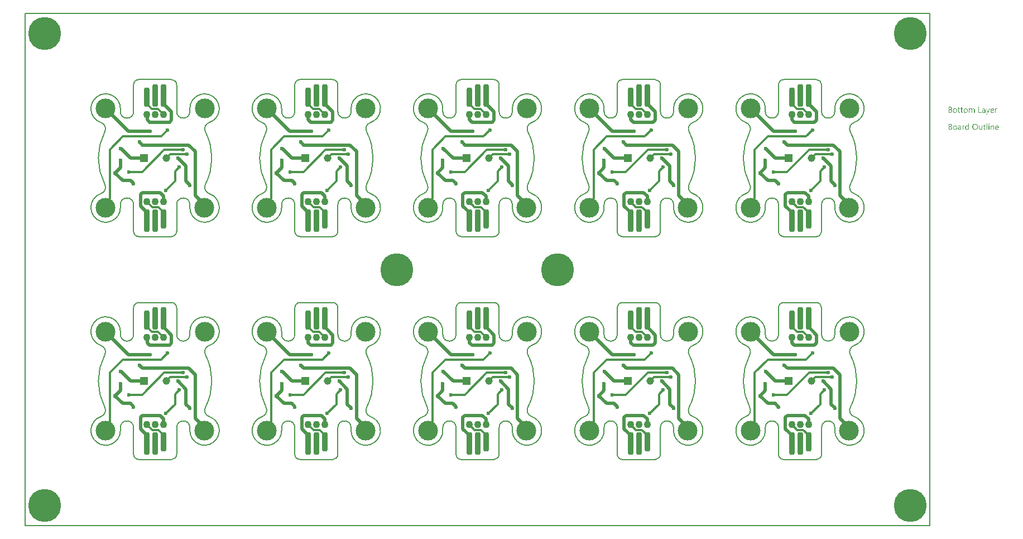
<source format=gbl>
G04*
G04 #@! TF.GenerationSoftware,Altium Limited,Altium Designer,21.8.1 (53)*
G04*
G04 Layer_Physical_Order=2*
G04 Layer_Color=16711680*
%FSAX25Y25*%
%MOIN*%
G70*
G04*
G04 #@! TF.SameCoordinates,B83950CB-9570-44A4-9459-7039BDA0C6D2*
G04*
G04*
G04 #@! TF.FilePolarity,Positive*
G04*
G01*
G75*
%ADD24C,0.01968*%
%ADD25C,0.01181*%
%ADD26C,0.00787*%
%ADD27C,0.19685*%
%ADD28C,0.04567*%
%ADD29R,0.04567X0.04567*%
%ADD31C,0.11811*%
%ADD32C,0.02362*%
G04:AMPARAMS|DCode=33|XSize=35.43mil|YSize=135.83mil|CornerRadius=13.82mil|HoleSize=0mil|Usage=FLASHONLY|Rotation=180.000|XOffset=0mil|YOffset=0mil|HoleType=Round|Shape=RoundedRectangle|*
%AMROUNDEDRECTD33*
21,1,0.03543,0.10819,0,0,180.0*
21,1,0.00780,0.13583,0,0,180.0*
1,1,0.02764,-0.00390,0.05409*
1,1,0.02764,0.00390,0.05409*
1,1,0.02764,0.00390,-0.05409*
1,1,0.02764,-0.00390,-0.05409*
%
%ADD33ROUNDEDRECTD33*%
G04:AMPARAMS|DCode=34|XSize=35.43mil|YSize=116.14mil|CornerRadius=13.82mil|HoleSize=0mil|Usage=FLASHONLY|Rotation=180.000|XOffset=0mil|YOffset=0mil|HoleType=Round|Shape=RoundedRectangle|*
%AMROUNDEDRECTD34*
21,1,0.03543,0.08850,0,0,180.0*
21,1,0.00780,0.11614,0,0,180.0*
1,1,0.02764,-0.00390,0.04425*
1,1,0.02764,0.00390,0.04425*
1,1,0.02764,0.00390,-0.04425*
1,1,0.02764,-0.00390,-0.04425*
%
%ADD34ROUNDEDRECTD34*%
%ADD35C,0.04331*%
G36*
X0546826Y0229237D02*
X0546882Y0229225D01*
X0546944Y0229212D01*
X0547012Y0229188D01*
X0547092Y0229157D01*
X0547167Y0229113D01*
X0547247Y0229064D01*
X0547321Y0228996D01*
X0547390Y0228909D01*
X0547451Y0228810D01*
X0547507Y0228699D01*
X0547544Y0228556D01*
X0547575Y0228401D01*
X0547581Y0228222D01*
Y0226674D01*
X0547179D01*
Y0228117D01*
Y0228123D01*
Y0228135D01*
Y0228154D01*
Y0228185D01*
X0547173Y0228259D01*
X0547160Y0228346D01*
X0547148Y0228445D01*
X0547123Y0228544D01*
X0547092Y0228637D01*
X0547049Y0228717D01*
X0547043Y0228723D01*
X0547024Y0228748D01*
X0546993Y0228779D01*
X0546944Y0228810D01*
X0546888Y0228847D01*
X0546814Y0228872D01*
X0546721Y0228897D01*
X0546616Y0228903D01*
X0546603D01*
X0546572Y0228897D01*
X0546523Y0228890D01*
X0546461Y0228872D01*
X0546393Y0228847D01*
X0546319Y0228804D01*
X0546244Y0228748D01*
X0546176Y0228668D01*
X0546170Y0228655D01*
X0546151Y0228624D01*
X0546121Y0228575D01*
X0546090Y0228507D01*
X0546053Y0228426D01*
X0546028Y0228333D01*
X0546003Y0228222D01*
X0545997Y0228104D01*
Y0226674D01*
X0545594D01*
Y0228166D01*
Y0228172D01*
Y0228197D01*
X0545588Y0228234D01*
Y0228284D01*
X0545576Y0228340D01*
X0545564Y0228401D01*
X0545545Y0228463D01*
X0545526Y0228538D01*
X0545495Y0228606D01*
X0545458Y0228668D01*
X0545409Y0228730D01*
X0545353Y0228785D01*
X0545291Y0228835D01*
X0545211Y0228872D01*
X0545124Y0228897D01*
X0545025Y0228903D01*
X0545013D01*
X0544982Y0228897D01*
X0544932Y0228890D01*
X0544870Y0228878D01*
X0544802Y0228847D01*
X0544728Y0228810D01*
X0544654Y0228754D01*
X0544586Y0228680D01*
X0544579Y0228668D01*
X0544561Y0228643D01*
X0544530Y0228593D01*
X0544499Y0228525D01*
X0544468Y0228445D01*
X0544437Y0228346D01*
X0544418Y0228234D01*
X0544412Y0228104D01*
Y0226674D01*
X0544010D01*
Y0229188D01*
X0544412D01*
Y0228785D01*
X0544424D01*
X0544431Y0228791D01*
X0544437Y0228804D01*
X0544455Y0228829D01*
X0544474Y0228859D01*
X0544536Y0228928D01*
X0544623Y0229014D01*
X0544734Y0229101D01*
X0544864Y0229169D01*
X0544944Y0229200D01*
X0545025Y0229225D01*
X0545112Y0229237D01*
X0545204Y0229243D01*
X0545248D01*
X0545297Y0229237D01*
X0545359Y0229225D01*
X0545427Y0229206D01*
X0545502Y0229181D01*
X0545576Y0229150D01*
X0545650Y0229101D01*
X0545656Y0229095D01*
X0545681Y0229076D01*
X0545712Y0229045D01*
X0545755Y0229002D01*
X0545799Y0228946D01*
X0545842Y0228884D01*
X0545885Y0228810D01*
X0545916Y0228723D01*
X0545923Y0228730D01*
X0545929Y0228748D01*
X0545947Y0228773D01*
X0545966Y0228804D01*
X0545997Y0228847D01*
X0546034Y0228890D01*
X0546077Y0228934D01*
X0546127Y0228983D01*
X0546182Y0229033D01*
X0546244Y0229076D01*
X0546313Y0229126D01*
X0546387Y0229163D01*
X0546467Y0229194D01*
X0546554Y0229219D01*
X0546653Y0229237D01*
X0546752Y0229243D01*
X0546789D01*
X0546826Y0229237D01*
D02*
G37*
G36*
X0560859Y0229225D02*
X0560933Y0229219D01*
X0560977Y0229206D01*
X0561007Y0229194D01*
Y0228779D01*
X0561001Y0228785D01*
X0560989Y0228791D01*
X0560964Y0228804D01*
X0560933Y0228822D01*
X0560890Y0228835D01*
X0560834Y0228847D01*
X0560772Y0228853D01*
X0560704Y0228859D01*
X0560692D01*
X0560661Y0228853D01*
X0560611Y0228847D01*
X0560556Y0228829D01*
X0560481Y0228798D01*
X0560413Y0228754D01*
X0560339Y0228692D01*
X0560271Y0228612D01*
X0560265Y0228600D01*
X0560246Y0228569D01*
X0560215Y0228513D01*
X0560184Y0228439D01*
X0560153Y0228346D01*
X0560122Y0228228D01*
X0560104Y0228098D01*
X0560098Y0227950D01*
Y0226674D01*
X0559695D01*
Y0229188D01*
X0560098D01*
Y0228668D01*
X0560110D01*
Y0228674D01*
X0560116Y0228680D01*
X0560128Y0228711D01*
X0560147Y0228761D01*
X0560178Y0228822D01*
X0560209Y0228884D01*
X0560258Y0228952D01*
X0560308Y0229020D01*
X0560370Y0229082D01*
X0560376Y0229088D01*
X0560401Y0229107D01*
X0560438Y0229132D01*
X0560488Y0229157D01*
X0560543Y0229181D01*
X0560611Y0229206D01*
X0560686Y0229225D01*
X0560766Y0229231D01*
X0560822D01*
X0560859Y0229225D01*
D02*
G37*
G36*
X0555480Y0226272D02*
X0555474Y0226266D01*
X0555468Y0226241D01*
X0555449Y0226198D01*
X0555424Y0226148D01*
X0555393Y0226093D01*
X0555350Y0226025D01*
X0555306Y0225956D01*
X0555257Y0225882D01*
X0555195Y0225808D01*
X0555133Y0225740D01*
X0555059Y0225672D01*
X0554979Y0225616D01*
X0554898Y0225566D01*
X0554805Y0225523D01*
X0554712Y0225498D01*
X0554607Y0225492D01*
X0554551D01*
X0554514Y0225498D01*
X0554434Y0225511D01*
X0554347Y0225529D01*
Y0225888D01*
X0554353D01*
X0554372Y0225882D01*
X0554397Y0225876D01*
X0554427Y0225870D01*
X0554502Y0225851D01*
X0554582Y0225845D01*
X0554595D01*
X0554632Y0225851D01*
X0554688Y0225864D01*
X0554756Y0225888D01*
X0554830Y0225932D01*
X0554867Y0225963D01*
X0554904Y0226000D01*
X0554941Y0226037D01*
X0554979Y0226086D01*
X0555009Y0226142D01*
X0555040Y0226204D01*
X0555245Y0226674D01*
X0554260Y0229188D01*
X0554706D01*
X0555387Y0227250D01*
Y0227244D01*
X0555393Y0227232D01*
X0555399Y0227213D01*
X0555406Y0227188D01*
X0555412Y0227151D01*
X0555424Y0227114D01*
X0555437Y0227058D01*
X0555455D01*
Y0227071D01*
X0555468Y0227108D01*
X0555480Y0227163D01*
X0555505Y0227244D01*
X0556216Y0229188D01*
X0556631D01*
X0555480Y0226272D01*
D02*
G37*
G36*
X0553072Y0229237D02*
X0553128Y0229231D01*
X0553196Y0229212D01*
X0553270Y0229194D01*
X0553350Y0229163D01*
X0553437Y0229126D01*
X0553518Y0229076D01*
X0553598Y0229014D01*
X0553672Y0228940D01*
X0553741Y0228847D01*
X0553796Y0228742D01*
X0553839Y0228618D01*
X0553864Y0228476D01*
X0553877Y0228309D01*
Y0226674D01*
X0553474D01*
Y0227064D01*
X0553462D01*
Y0227058D01*
X0553449Y0227046D01*
X0553437Y0227021D01*
X0553412Y0226996D01*
X0553350Y0226922D01*
X0553270Y0226842D01*
X0553159Y0226761D01*
X0553029Y0226687D01*
X0552948Y0226662D01*
X0552868Y0226637D01*
X0552781Y0226625D01*
X0552688Y0226619D01*
X0552651D01*
X0552626Y0226625D01*
X0552558Y0226631D01*
X0552478Y0226643D01*
X0552379Y0226668D01*
X0552286Y0226699D01*
X0552187Y0226749D01*
X0552100Y0226811D01*
X0552094Y0226823D01*
X0552069Y0226848D01*
X0552032Y0226891D01*
X0551995Y0226953D01*
X0551958Y0227027D01*
X0551921Y0227114D01*
X0551896Y0227219D01*
X0551890Y0227337D01*
Y0227343D01*
Y0227368D01*
X0551896Y0227405D01*
X0551902Y0227448D01*
X0551914Y0227504D01*
X0551933Y0227566D01*
X0551958Y0227634D01*
X0551995Y0227702D01*
X0552038Y0227776D01*
X0552094Y0227851D01*
X0552162Y0227919D01*
X0552243Y0227980D01*
X0552335Y0228042D01*
X0552447Y0228092D01*
X0552571Y0228129D01*
X0552719Y0228160D01*
X0553474Y0228265D01*
Y0228272D01*
Y0228290D01*
X0553468Y0228327D01*
Y0228364D01*
X0553456Y0228414D01*
X0553449Y0228469D01*
X0553412Y0228587D01*
X0553381Y0228643D01*
X0553350Y0228699D01*
X0553307Y0228754D01*
X0553258Y0228804D01*
X0553196Y0228847D01*
X0553128Y0228878D01*
X0553047Y0228897D01*
X0552954Y0228903D01*
X0552911D01*
X0552880Y0228897D01*
X0552837D01*
X0552793Y0228884D01*
X0552682Y0228866D01*
X0552558Y0228829D01*
X0552422Y0228773D01*
X0552348Y0228736D01*
X0552280Y0228699D01*
X0552205Y0228649D01*
X0552137Y0228593D01*
Y0229008D01*
X0552143D01*
X0552156Y0229020D01*
X0552174Y0229033D01*
X0552205Y0229045D01*
X0552236Y0229064D01*
X0552280Y0229082D01*
X0552329Y0229101D01*
X0552385Y0229126D01*
X0552509Y0229169D01*
X0552657Y0229206D01*
X0552818Y0229231D01*
X0552991Y0229243D01*
X0553029D01*
X0553072Y0229237D01*
D02*
G37*
G36*
X0550181Y0227046D02*
X0551592D01*
Y0226674D01*
X0549766D01*
Y0230190D01*
X0550181D01*
Y0227046D01*
D02*
G37*
G36*
X0532967Y0230184D02*
X0533010D01*
X0533053Y0230178D01*
X0533152Y0230166D01*
X0533270Y0230135D01*
X0533394Y0230098D01*
X0533511Y0230042D01*
X0533617Y0229967D01*
X0533623D01*
X0533629Y0229955D01*
X0533660Y0229930D01*
X0533703Y0229881D01*
X0533753Y0229813D01*
X0533796Y0229726D01*
X0533840Y0229627D01*
X0533871Y0229516D01*
X0533883Y0229454D01*
Y0229386D01*
Y0229380D01*
Y0229373D01*
Y0229336D01*
X0533877Y0229280D01*
X0533864Y0229212D01*
X0533846Y0229126D01*
X0533815Y0229039D01*
X0533778Y0228952D01*
X0533722Y0228866D01*
X0533716Y0228853D01*
X0533691Y0228829D01*
X0533654Y0228791D01*
X0533604Y0228742D01*
X0533542Y0228692D01*
X0533468Y0228637D01*
X0533375Y0228593D01*
X0533276Y0228550D01*
Y0228544D01*
X0533295D01*
X0533314Y0228538D01*
X0533332Y0228531D01*
X0533400Y0228519D01*
X0533481Y0228494D01*
X0533567Y0228457D01*
X0533660Y0228414D01*
X0533753Y0228352D01*
X0533840Y0228272D01*
X0533852Y0228259D01*
X0533877Y0228228D01*
X0533908Y0228185D01*
X0533951Y0228117D01*
X0533988Y0228030D01*
X0534025Y0227931D01*
X0534050Y0227813D01*
X0534056Y0227683D01*
Y0227677D01*
Y0227665D01*
Y0227640D01*
X0534050Y0227609D01*
X0534044Y0227572D01*
X0534038Y0227529D01*
X0534013Y0227423D01*
X0533976Y0227306D01*
X0533920Y0227182D01*
X0533883Y0227126D01*
X0533840Y0227064D01*
X0533784Y0227009D01*
X0533728Y0226953D01*
X0533722D01*
X0533716Y0226941D01*
X0533697Y0226928D01*
X0533673Y0226910D01*
X0533641Y0226891D01*
X0533598Y0226866D01*
X0533505Y0226817D01*
X0533388Y0226761D01*
X0533252Y0226718D01*
X0533091Y0226687D01*
X0533010Y0226681D01*
X0532917Y0226674D01*
X0531890D01*
Y0230190D01*
X0532936D01*
X0532967Y0230184D01*
D02*
G37*
G36*
X0539893Y0229188D02*
X0540531D01*
Y0228841D01*
X0539893D01*
Y0227423D01*
Y0227411D01*
Y0227380D01*
X0539900Y0227337D01*
X0539906Y0227281D01*
X0539931Y0227163D01*
X0539949Y0227108D01*
X0539980Y0227064D01*
X0539986Y0227058D01*
X0539999Y0227046D01*
X0540017Y0227033D01*
X0540048Y0227015D01*
X0540085Y0226990D01*
X0540135Y0226978D01*
X0540197Y0226965D01*
X0540265Y0226959D01*
X0540290D01*
X0540320Y0226965D01*
X0540358Y0226972D01*
X0540444Y0226996D01*
X0540488Y0227015D01*
X0540531Y0227040D01*
Y0226693D01*
X0540525D01*
X0540506Y0226681D01*
X0540475Y0226674D01*
X0540432Y0226662D01*
X0540376Y0226650D01*
X0540314Y0226637D01*
X0540240Y0226631D01*
X0540153Y0226625D01*
X0540123D01*
X0540092Y0226631D01*
X0540048Y0226637D01*
X0539999Y0226650D01*
X0539943Y0226662D01*
X0539887Y0226687D01*
X0539825Y0226718D01*
X0539763Y0226755D01*
X0539702Y0226804D01*
X0539646Y0226860D01*
X0539596Y0226934D01*
X0539553Y0227015D01*
X0539522Y0227114D01*
X0539497Y0227225D01*
X0539491Y0227355D01*
Y0228841D01*
X0539064D01*
Y0229188D01*
X0539491D01*
Y0229800D01*
X0539893Y0229930D01*
Y0229188D01*
D02*
G37*
G36*
X0538191D02*
X0538829D01*
Y0228841D01*
X0538191D01*
Y0227423D01*
Y0227411D01*
Y0227380D01*
X0538197Y0227337D01*
X0538204Y0227281D01*
X0538228Y0227163D01*
X0538247Y0227108D01*
X0538278Y0227064D01*
X0538284Y0227058D01*
X0538296Y0227046D01*
X0538315Y0227033D01*
X0538346Y0227015D01*
X0538383Y0226990D01*
X0538433Y0226978D01*
X0538494Y0226965D01*
X0538563Y0226959D01*
X0538587D01*
X0538618Y0226965D01*
X0538655Y0226972D01*
X0538742Y0226996D01*
X0538785Y0227015D01*
X0538829Y0227040D01*
Y0226693D01*
X0538823D01*
X0538804Y0226681D01*
X0538773Y0226674D01*
X0538730Y0226662D01*
X0538674Y0226650D01*
X0538612Y0226637D01*
X0538538Y0226631D01*
X0538451Y0226625D01*
X0538420D01*
X0538389Y0226631D01*
X0538346Y0226637D01*
X0538296Y0226650D01*
X0538241Y0226662D01*
X0538185Y0226687D01*
X0538123Y0226718D01*
X0538061Y0226755D01*
X0537999Y0226804D01*
X0537944Y0226860D01*
X0537894Y0226934D01*
X0537851Y0227015D01*
X0537820Y0227114D01*
X0537795Y0227225D01*
X0537789Y0227355D01*
Y0228841D01*
X0537362D01*
Y0229188D01*
X0537789D01*
Y0229800D01*
X0538191Y0229930D01*
Y0229188D01*
D02*
G37*
G36*
X0558135Y0229237D02*
X0558179Y0229231D01*
X0558222Y0229225D01*
X0558333Y0229206D01*
X0558457Y0229163D01*
X0558581Y0229107D01*
X0558643Y0229070D01*
X0558705Y0229027D01*
X0558760Y0228977D01*
X0558816Y0228921D01*
X0558822Y0228915D01*
X0558829Y0228909D01*
X0558841Y0228890D01*
X0558860Y0228866D01*
X0558878Y0228829D01*
X0558903Y0228791D01*
X0558928Y0228748D01*
X0558952Y0228692D01*
X0558977Y0228630D01*
X0559002Y0228569D01*
X0559027Y0228494D01*
X0559045Y0228414D01*
X0559064Y0228327D01*
X0559076Y0228240D01*
X0559089Y0228141D01*
Y0228036D01*
Y0227826D01*
X0557312D01*
Y0227820D01*
Y0227807D01*
Y0227789D01*
X0557318Y0227758D01*
X0557325Y0227720D01*
Y0227683D01*
X0557343Y0227584D01*
X0557374Y0227485D01*
X0557411Y0227374D01*
X0557467Y0227269D01*
X0557535Y0227176D01*
X0557547Y0227163D01*
X0557572Y0227139D01*
X0557622Y0227108D01*
X0557690Y0227064D01*
X0557776Y0227021D01*
X0557875Y0226990D01*
X0557993Y0226965D01*
X0558129Y0226953D01*
X0558173D01*
X0558203Y0226959D01*
X0558241D01*
X0558284Y0226965D01*
X0558389Y0226990D01*
X0558507Y0227021D01*
X0558637Y0227071D01*
X0558773Y0227139D01*
X0558841Y0227182D01*
X0558909Y0227232D01*
Y0226854D01*
X0558903D01*
X0558897Y0226842D01*
X0558878Y0226835D01*
X0558847Y0226817D01*
X0558816Y0226798D01*
X0558779Y0226780D01*
X0558730Y0226761D01*
X0558680Y0226736D01*
X0558618Y0226712D01*
X0558550Y0226693D01*
X0558401Y0226656D01*
X0558228Y0226631D01*
X0558036Y0226619D01*
X0557987D01*
X0557950Y0226625D01*
X0557906Y0226631D01*
X0557851Y0226637D01*
X0557733Y0226662D01*
X0557597Y0226699D01*
X0557461Y0226761D01*
X0557393Y0226804D01*
X0557325Y0226848D01*
X0557263Y0226897D01*
X0557201Y0226959D01*
X0557195Y0226965D01*
X0557188Y0226978D01*
X0557176Y0226996D01*
X0557151Y0227021D01*
X0557133Y0227058D01*
X0557108Y0227101D01*
X0557077Y0227151D01*
X0557052Y0227207D01*
X0557021Y0227269D01*
X0556996Y0227343D01*
X0556965Y0227423D01*
X0556947Y0227510D01*
X0556928Y0227603D01*
X0556910Y0227702D01*
X0556904Y0227807D01*
X0556897Y0227919D01*
Y0227925D01*
Y0227943D01*
Y0227974D01*
X0556904Y0228018D01*
X0556910Y0228067D01*
X0556916Y0228123D01*
X0556922Y0228191D01*
X0556941Y0228259D01*
X0556978Y0228408D01*
X0557033Y0228569D01*
X0557071Y0228649D01*
X0557120Y0228723D01*
X0557170Y0228804D01*
X0557225Y0228872D01*
X0557232Y0228878D01*
X0557244Y0228890D01*
X0557263Y0228909D01*
X0557287Y0228928D01*
X0557318Y0228959D01*
X0557355Y0228990D01*
X0557405Y0229020D01*
X0557454Y0229058D01*
X0557572Y0229126D01*
X0557714Y0229188D01*
X0557795Y0229206D01*
X0557875Y0229225D01*
X0557962Y0229237D01*
X0558055Y0229243D01*
X0558104D01*
X0558135Y0229237D01*
D02*
G37*
G36*
X0542270D02*
X0542314Y0229231D01*
X0542369Y0229225D01*
X0542493Y0229200D01*
X0542636Y0229157D01*
X0542778Y0229095D01*
X0542852Y0229058D01*
X0542920Y0229014D01*
X0542988Y0228959D01*
X0543050Y0228897D01*
X0543056Y0228890D01*
X0543063Y0228878D01*
X0543081Y0228859D01*
X0543100Y0228835D01*
X0543125Y0228798D01*
X0543149Y0228754D01*
X0543180Y0228705D01*
X0543211Y0228649D01*
X0543236Y0228581D01*
X0543267Y0228513D01*
X0543292Y0228432D01*
X0543317Y0228346D01*
X0543335Y0228253D01*
X0543354Y0228154D01*
X0543360Y0228049D01*
X0543366Y0227937D01*
Y0227931D01*
Y0227912D01*
Y0227882D01*
X0543360Y0227838D01*
X0543354Y0227789D01*
X0543348Y0227727D01*
X0543335Y0227665D01*
X0543323Y0227590D01*
X0543286Y0227442D01*
X0543224Y0227281D01*
X0543187Y0227201D01*
X0543137Y0227120D01*
X0543087Y0227046D01*
X0543026Y0226978D01*
X0543019Y0226972D01*
X0543007Y0226965D01*
X0542988Y0226947D01*
X0542964Y0226922D01*
X0542927Y0226897D01*
X0542889Y0226866D01*
X0542840Y0226829D01*
X0542784Y0226798D01*
X0542722Y0226767D01*
X0542654Y0226730D01*
X0542580Y0226699D01*
X0542499Y0226674D01*
X0542413Y0226650D01*
X0542320Y0226637D01*
X0542221Y0226625D01*
X0542116Y0226619D01*
X0542060D01*
X0542023Y0226625D01*
X0541980Y0226631D01*
X0541924Y0226637D01*
X0541862Y0226650D01*
X0541794Y0226662D01*
X0541651Y0226705D01*
X0541503Y0226767D01*
X0541429Y0226804D01*
X0541361Y0226854D01*
X0541292Y0226904D01*
X0541224Y0226965D01*
X0541218Y0226972D01*
X0541212Y0226984D01*
X0541193Y0227003D01*
X0541175Y0227027D01*
X0541150Y0227064D01*
X0541119Y0227108D01*
X0541088Y0227157D01*
X0541063Y0227213D01*
X0541032Y0227281D01*
X0541001Y0227349D01*
X0540971Y0227423D01*
X0540946Y0227510D01*
X0540909Y0227696D01*
X0540902Y0227795D01*
X0540896Y0227900D01*
Y0227906D01*
Y0227931D01*
Y0227962D01*
X0540902Y0228005D01*
X0540909Y0228055D01*
X0540915Y0228117D01*
X0540927Y0228185D01*
X0540940Y0228259D01*
X0540977Y0228420D01*
X0541039Y0228581D01*
X0541082Y0228661D01*
X0541125Y0228742D01*
X0541175Y0228816D01*
X0541237Y0228884D01*
X0541243Y0228890D01*
X0541255Y0228903D01*
X0541274Y0228915D01*
X0541299Y0228940D01*
X0541336Y0228965D01*
X0541379Y0228996D01*
X0541429Y0229033D01*
X0541484Y0229064D01*
X0541546Y0229095D01*
X0541620Y0229132D01*
X0541695Y0229163D01*
X0541781Y0229188D01*
X0541868Y0229212D01*
X0541967Y0229231D01*
X0542072Y0229237D01*
X0542177Y0229243D01*
X0542233D01*
X0542270Y0229237D01*
D02*
G37*
G36*
X0535919D02*
X0535963Y0229231D01*
X0536019Y0229225D01*
X0536142Y0229200D01*
X0536285Y0229157D01*
X0536427Y0229095D01*
X0536501Y0229058D01*
X0536569Y0229014D01*
X0536637Y0228959D01*
X0536699Y0228897D01*
X0536706Y0228890D01*
X0536712Y0228878D01*
X0536730Y0228859D01*
X0536749Y0228835D01*
X0536774Y0228798D01*
X0536798Y0228754D01*
X0536829Y0228705D01*
X0536860Y0228649D01*
X0536885Y0228581D01*
X0536916Y0228513D01*
X0536941Y0228432D01*
X0536966Y0228346D01*
X0536984Y0228253D01*
X0537003Y0228154D01*
X0537009Y0228049D01*
X0537015Y0227937D01*
Y0227931D01*
Y0227912D01*
Y0227882D01*
X0537009Y0227838D01*
X0537003Y0227789D01*
X0536997Y0227727D01*
X0536984Y0227665D01*
X0536972Y0227590D01*
X0536935Y0227442D01*
X0536873Y0227281D01*
X0536836Y0227201D01*
X0536786Y0227120D01*
X0536736Y0227046D01*
X0536675Y0226978D01*
X0536668Y0226972D01*
X0536656Y0226965D01*
X0536637Y0226947D01*
X0536613Y0226922D01*
X0536576Y0226897D01*
X0536539Y0226866D01*
X0536489Y0226829D01*
X0536433Y0226798D01*
X0536371Y0226767D01*
X0536303Y0226730D01*
X0536229Y0226699D01*
X0536149Y0226674D01*
X0536062Y0226650D01*
X0535969Y0226637D01*
X0535870Y0226625D01*
X0535765Y0226619D01*
X0535709D01*
X0535672Y0226625D01*
X0535629Y0226631D01*
X0535573Y0226637D01*
X0535511Y0226650D01*
X0535443Y0226662D01*
X0535300Y0226705D01*
X0535152Y0226767D01*
X0535078Y0226804D01*
X0535009Y0226854D01*
X0534941Y0226904D01*
X0534873Y0226965D01*
X0534867Y0226972D01*
X0534861Y0226984D01*
X0534842Y0227003D01*
X0534824Y0227027D01*
X0534799Y0227064D01*
X0534768Y0227108D01*
X0534737Y0227157D01*
X0534712Y0227213D01*
X0534682Y0227281D01*
X0534651Y0227349D01*
X0534620Y0227423D01*
X0534595Y0227510D01*
X0534558Y0227696D01*
X0534551Y0227795D01*
X0534545Y0227900D01*
Y0227906D01*
Y0227931D01*
Y0227962D01*
X0534551Y0228005D01*
X0534558Y0228055D01*
X0534564Y0228117D01*
X0534576Y0228185D01*
X0534589Y0228259D01*
X0534626Y0228420D01*
X0534688Y0228581D01*
X0534731Y0228661D01*
X0534774Y0228742D01*
X0534824Y0228816D01*
X0534886Y0228884D01*
X0534892Y0228890D01*
X0534904Y0228903D01*
X0534923Y0228915D01*
X0534948Y0228940D01*
X0534985Y0228965D01*
X0535028Y0228996D01*
X0535078Y0229033D01*
X0535133Y0229064D01*
X0535195Y0229095D01*
X0535269Y0229132D01*
X0535344Y0229163D01*
X0535430Y0229188D01*
X0535517Y0229212D01*
X0535616Y0229231D01*
X0535721Y0229237D01*
X0535827Y0229243D01*
X0535882D01*
X0535919Y0229237D01*
D02*
G37*
G36*
X0556099Y0220157D02*
X0556124D01*
X0556179Y0220132D01*
X0556210Y0220114D01*
X0556241Y0220089D01*
X0556247Y0220083D01*
X0556254Y0220077D01*
X0556285Y0220040D01*
X0556309Y0219978D01*
X0556316Y0219941D01*
X0556322Y0219903D01*
Y0219897D01*
Y0219885D01*
X0556316Y0219866D01*
X0556309Y0219842D01*
X0556291Y0219780D01*
X0556266Y0219749D01*
X0556241Y0219718D01*
X0556235D01*
X0556229Y0219705D01*
X0556192Y0219681D01*
X0556136Y0219656D01*
X0556099Y0219650D01*
X0556062Y0219643D01*
X0556043D01*
X0556025Y0219650D01*
X0556000D01*
X0555938Y0219674D01*
X0555907Y0219687D01*
X0555876Y0219711D01*
Y0219718D01*
X0555864Y0219724D01*
X0555851Y0219742D01*
X0555839Y0219761D01*
X0555814Y0219823D01*
X0555808Y0219860D01*
X0555802Y0219903D01*
Y0219910D01*
Y0219922D01*
X0555808Y0219941D01*
X0555814Y0219971D01*
X0555833Y0220027D01*
X0555851Y0220058D01*
X0555876Y0220089D01*
X0555882Y0220095D01*
X0555888Y0220101D01*
X0555926Y0220126D01*
X0555987Y0220151D01*
X0556025Y0220163D01*
X0556080D01*
X0556099Y0220157D01*
D02*
G37*
G36*
X0544109Y0216493D02*
X0543707D01*
Y0216914D01*
X0543694D01*
Y0216908D01*
X0543682Y0216895D01*
X0543663Y0216870D01*
X0543645Y0216839D01*
X0543614Y0216802D01*
X0543576Y0216765D01*
X0543533Y0216722D01*
X0543484Y0216678D01*
X0543428Y0216629D01*
X0543360Y0216586D01*
X0543292Y0216548D01*
X0543211Y0216511D01*
X0543131Y0216480D01*
X0543038Y0216456D01*
X0542939Y0216443D01*
X0542834Y0216437D01*
X0542790D01*
X0542753Y0216443D01*
X0542716Y0216449D01*
X0542667Y0216456D01*
X0542561Y0216480D01*
X0542438Y0216517D01*
X0542314Y0216579D01*
X0542246Y0216617D01*
X0542190Y0216660D01*
X0542128Y0216716D01*
X0542072Y0216771D01*
Y0216777D01*
X0542060Y0216790D01*
X0542048Y0216808D01*
X0542029Y0216833D01*
X0542010Y0216864D01*
X0541986Y0216908D01*
X0541961Y0216957D01*
X0541936Y0217013D01*
X0541905Y0217075D01*
X0541880Y0217143D01*
X0541856Y0217217D01*
X0541837Y0217297D01*
X0541819Y0217384D01*
X0541806Y0217483D01*
X0541800Y0217582D01*
X0541794Y0217687D01*
Y0217694D01*
Y0217712D01*
Y0217749D01*
X0541800Y0217793D01*
X0541806Y0217842D01*
X0541812Y0217904D01*
X0541819Y0217972D01*
X0541831Y0218046D01*
X0541868Y0218207D01*
X0541924Y0218374D01*
X0541961Y0218455D01*
X0542004Y0218535D01*
X0542048Y0218610D01*
X0542103Y0218684D01*
X0542109Y0218690D01*
X0542116Y0218703D01*
X0542134Y0218721D01*
X0542159Y0218746D01*
X0542190Y0218771D01*
X0542233Y0218802D01*
X0542277Y0218839D01*
X0542326Y0218876D01*
X0542450Y0218944D01*
X0542592Y0219006D01*
X0542673Y0219024D01*
X0542759Y0219043D01*
X0542846Y0219055D01*
X0542945Y0219062D01*
X0542995D01*
X0543032Y0219055D01*
X0543069Y0219049D01*
X0543118Y0219043D01*
X0543230Y0219012D01*
X0543354Y0218963D01*
X0543415Y0218932D01*
X0543477Y0218888D01*
X0543539Y0218845D01*
X0543595Y0218789D01*
X0543645Y0218727D01*
X0543694Y0218653D01*
X0543707D01*
Y0220213D01*
X0544109D01*
Y0216493D01*
D02*
G37*
G36*
X0558377Y0219055D02*
X0558451Y0219049D01*
X0558544Y0219031D01*
X0558643Y0219000D01*
X0558748Y0218950D01*
X0558853Y0218882D01*
X0558897Y0218845D01*
X0558940Y0218795D01*
X0558952Y0218783D01*
X0558977Y0218746D01*
X0559008Y0218684D01*
X0559052Y0218597D01*
X0559089Y0218492D01*
X0559126Y0218362D01*
X0559151Y0218207D01*
X0559157Y0218028D01*
Y0216493D01*
X0558754D01*
Y0217923D01*
Y0217929D01*
Y0217960D01*
X0558748Y0217997D01*
Y0218046D01*
X0558736Y0218108D01*
X0558723Y0218176D01*
X0558705Y0218251D01*
X0558680Y0218325D01*
X0558649Y0218399D01*
X0558612Y0218467D01*
X0558563Y0218535D01*
X0558507Y0218597D01*
X0558445Y0218647D01*
X0558364Y0218684D01*
X0558278Y0218715D01*
X0558173Y0218721D01*
X0558160D01*
X0558123Y0218715D01*
X0558067Y0218709D01*
X0557999Y0218690D01*
X0557919Y0218665D01*
X0557832Y0218622D01*
X0557752Y0218566D01*
X0557671Y0218492D01*
X0557665Y0218480D01*
X0557640Y0218455D01*
X0557609Y0218405D01*
X0557572Y0218337D01*
X0557535Y0218257D01*
X0557504Y0218158D01*
X0557479Y0218046D01*
X0557473Y0217923D01*
Y0216493D01*
X0557071D01*
Y0219006D01*
X0557473D01*
Y0218585D01*
X0557485D01*
X0557492Y0218591D01*
X0557498Y0218603D01*
X0557516Y0218628D01*
X0557541Y0218659D01*
X0557566Y0218696D01*
X0557603Y0218734D01*
X0557646Y0218777D01*
X0557696Y0218826D01*
X0557752Y0218870D01*
X0557814Y0218913D01*
X0557882Y0218950D01*
X0557956Y0218987D01*
X0558030Y0219018D01*
X0558117Y0219043D01*
X0558210Y0219055D01*
X0558309Y0219062D01*
X0558346D01*
X0558377Y0219055D01*
D02*
G37*
G36*
X0541379Y0219043D02*
X0541453Y0219037D01*
X0541497Y0219024D01*
X0541528Y0219012D01*
Y0218597D01*
X0541521Y0218603D01*
X0541509Y0218610D01*
X0541484Y0218622D01*
X0541453Y0218641D01*
X0541410Y0218653D01*
X0541354Y0218665D01*
X0541292Y0218672D01*
X0541224Y0218678D01*
X0541212D01*
X0541181Y0218672D01*
X0541131Y0218665D01*
X0541076Y0218647D01*
X0541001Y0218616D01*
X0540933Y0218573D01*
X0540859Y0218511D01*
X0540791Y0218430D01*
X0540785Y0218418D01*
X0540766Y0218387D01*
X0540735Y0218331D01*
X0540704Y0218257D01*
X0540673Y0218164D01*
X0540642Y0218046D01*
X0540624Y0217916D01*
X0540618Y0217768D01*
Y0216493D01*
X0540215D01*
Y0219006D01*
X0540618D01*
Y0218486D01*
X0540630D01*
Y0218492D01*
X0540636Y0218498D01*
X0540649Y0218529D01*
X0540667Y0218579D01*
X0540698Y0218641D01*
X0540729Y0218703D01*
X0540779Y0218771D01*
X0540828Y0218839D01*
X0540890Y0218901D01*
X0540896Y0218907D01*
X0540921Y0218925D01*
X0540958Y0218950D01*
X0541008Y0218975D01*
X0541063Y0219000D01*
X0541131Y0219024D01*
X0541206Y0219043D01*
X0541286Y0219049D01*
X0541342D01*
X0541379Y0219043D01*
D02*
G37*
G36*
X0552119Y0216493D02*
X0551716D01*
Y0216889D01*
X0551704D01*
Y0216883D01*
X0551692Y0216870D01*
X0551679Y0216846D01*
X0551654Y0216821D01*
X0551599Y0216746D01*
X0551512Y0216666D01*
X0551463Y0216623D01*
X0551407Y0216579D01*
X0551345Y0216542D01*
X0551271Y0216505D01*
X0551196Y0216480D01*
X0551116Y0216456D01*
X0551023Y0216443D01*
X0550930Y0216437D01*
X0550893D01*
X0550850Y0216443D01*
X0550788Y0216456D01*
X0550720Y0216468D01*
X0550645Y0216493D01*
X0550565Y0216524D01*
X0550485Y0216573D01*
X0550398Y0216629D01*
X0550317Y0216697D01*
X0550243Y0216784D01*
X0550175Y0216889D01*
X0550113Y0217006D01*
X0550070Y0217149D01*
X0550045Y0217316D01*
X0550033Y0217403D01*
Y0217502D01*
Y0219006D01*
X0550429D01*
Y0217564D01*
Y0217557D01*
Y0217533D01*
X0550435Y0217489D01*
X0550441Y0217440D01*
X0550447Y0217378D01*
X0550460Y0217316D01*
X0550478Y0217242D01*
X0550503Y0217167D01*
X0550540Y0217093D01*
X0550577Y0217025D01*
X0550627Y0216957D01*
X0550689Y0216895D01*
X0550757Y0216846D01*
X0550837Y0216808D01*
X0550936Y0216777D01*
X0551042Y0216771D01*
X0551054D01*
X0551091Y0216777D01*
X0551147Y0216784D01*
X0551209Y0216796D01*
X0551289Y0216827D01*
X0551370Y0216864D01*
X0551450Y0216914D01*
X0551524Y0216988D01*
X0551531Y0217000D01*
X0551555Y0217025D01*
X0551586Y0217075D01*
X0551623Y0217143D01*
X0551654Y0217223D01*
X0551685Y0217322D01*
X0551710Y0217434D01*
X0551716Y0217557D01*
Y0219006D01*
X0552119D01*
Y0216493D01*
D02*
G37*
G36*
X0556254D02*
X0555851D01*
Y0219006D01*
X0556254D01*
Y0216493D01*
D02*
G37*
G36*
X0555034D02*
X0554632D01*
Y0220213D01*
X0555034D01*
Y0216493D01*
D02*
G37*
G36*
X0538655Y0219055D02*
X0538711Y0219049D01*
X0538779Y0219031D01*
X0538854Y0219012D01*
X0538934Y0218981D01*
X0539021Y0218944D01*
X0539101Y0218895D01*
X0539182Y0218832D01*
X0539256Y0218758D01*
X0539324Y0218665D01*
X0539380Y0218560D01*
X0539423Y0218436D01*
X0539448Y0218294D01*
X0539460Y0218127D01*
Y0216493D01*
X0539058D01*
Y0216883D01*
X0539045D01*
Y0216877D01*
X0539033Y0216864D01*
X0539021Y0216839D01*
X0538996Y0216815D01*
X0538934Y0216740D01*
X0538854Y0216660D01*
X0538742Y0216579D01*
X0538612Y0216505D01*
X0538532Y0216480D01*
X0538451Y0216456D01*
X0538365Y0216443D01*
X0538272Y0216437D01*
X0538235D01*
X0538210Y0216443D01*
X0538142Y0216449D01*
X0538061Y0216462D01*
X0537962Y0216487D01*
X0537869Y0216517D01*
X0537770Y0216567D01*
X0537684Y0216629D01*
X0537677Y0216641D01*
X0537653Y0216666D01*
X0537615Y0216709D01*
X0537578Y0216771D01*
X0537541Y0216846D01*
X0537504Y0216932D01*
X0537479Y0217037D01*
X0537473Y0217155D01*
Y0217161D01*
Y0217186D01*
X0537479Y0217223D01*
X0537486Y0217267D01*
X0537498Y0217322D01*
X0537516Y0217384D01*
X0537541Y0217452D01*
X0537578Y0217520D01*
X0537622Y0217595D01*
X0537677Y0217669D01*
X0537746Y0217737D01*
X0537826Y0217799D01*
X0537919Y0217861D01*
X0538030Y0217910D01*
X0538154Y0217947D01*
X0538303Y0217978D01*
X0539058Y0218084D01*
Y0218090D01*
Y0218108D01*
X0539052Y0218145D01*
Y0218183D01*
X0539039Y0218232D01*
X0539033Y0218288D01*
X0538996Y0218405D01*
X0538965Y0218461D01*
X0538934Y0218517D01*
X0538891Y0218573D01*
X0538841Y0218622D01*
X0538779Y0218665D01*
X0538711Y0218696D01*
X0538631Y0218715D01*
X0538538Y0218721D01*
X0538494D01*
X0538463Y0218715D01*
X0538420D01*
X0538377Y0218703D01*
X0538266Y0218684D01*
X0538142Y0218647D01*
X0538005Y0218591D01*
X0537931Y0218554D01*
X0537863Y0218517D01*
X0537789Y0218467D01*
X0537721Y0218412D01*
Y0218826D01*
X0537727D01*
X0537739Y0218839D01*
X0537758Y0218851D01*
X0537789Y0218864D01*
X0537820Y0218882D01*
X0537863Y0218901D01*
X0537913Y0218919D01*
X0537968Y0218944D01*
X0538092Y0218987D01*
X0538241Y0219024D01*
X0538402Y0219049D01*
X0538575Y0219062D01*
X0538612D01*
X0538655Y0219055D01*
D02*
G37*
G36*
X0532967Y0220003D02*
X0533010D01*
X0533053Y0219996D01*
X0533152Y0219984D01*
X0533270Y0219953D01*
X0533394Y0219916D01*
X0533511Y0219860D01*
X0533617Y0219786D01*
X0533623D01*
X0533629Y0219773D01*
X0533660Y0219749D01*
X0533703Y0219699D01*
X0533753Y0219631D01*
X0533796Y0219544D01*
X0533840Y0219445D01*
X0533871Y0219334D01*
X0533883Y0219272D01*
Y0219204D01*
Y0219198D01*
Y0219192D01*
Y0219154D01*
X0533877Y0219099D01*
X0533864Y0219031D01*
X0533846Y0218944D01*
X0533815Y0218857D01*
X0533778Y0218771D01*
X0533722Y0218684D01*
X0533716Y0218672D01*
X0533691Y0218647D01*
X0533654Y0218610D01*
X0533604Y0218560D01*
X0533542Y0218511D01*
X0533468Y0218455D01*
X0533375Y0218412D01*
X0533276Y0218368D01*
Y0218362D01*
X0533295D01*
X0533314Y0218356D01*
X0533332Y0218350D01*
X0533400Y0218337D01*
X0533481Y0218313D01*
X0533567Y0218275D01*
X0533660Y0218232D01*
X0533753Y0218170D01*
X0533840Y0218090D01*
X0533852Y0218077D01*
X0533877Y0218046D01*
X0533908Y0218003D01*
X0533951Y0217935D01*
X0533988Y0217848D01*
X0534025Y0217749D01*
X0534050Y0217632D01*
X0534056Y0217502D01*
Y0217495D01*
Y0217483D01*
Y0217458D01*
X0534050Y0217427D01*
X0534044Y0217390D01*
X0534038Y0217347D01*
X0534013Y0217242D01*
X0533976Y0217124D01*
X0533920Y0217000D01*
X0533883Y0216945D01*
X0533840Y0216883D01*
X0533784Y0216827D01*
X0533728Y0216771D01*
X0533722D01*
X0533716Y0216759D01*
X0533697Y0216746D01*
X0533673Y0216728D01*
X0533641Y0216709D01*
X0533598Y0216685D01*
X0533505Y0216635D01*
X0533388Y0216579D01*
X0533252Y0216536D01*
X0533091Y0216505D01*
X0533010Y0216499D01*
X0532917Y0216493D01*
X0531890D01*
Y0220009D01*
X0532936D01*
X0532967Y0220003D01*
D02*
G37*
G36*
X0553462Y0219006D02*
X0554100D01*
Y0218659D01*
X0553462D01*
Y0217242D01*
Y0217229D01*
Y0217198D01*
X0553468Y0217155D01*
X0553474Y0217099D01*
X0553499Y0216982D01*
X0553518Y0216926D01*
X0553549Y0216883D01*
X0553555Y0216877D01*
X0553567Y0216864D01*
X0553586Y0216852D01*
X0553617Y0216833D01*
X0553654Y0216808D01*
X0553703Y0216796D01*
X0553765Y0216784D01*
X0553833Y0216777D01*
X0553858D01*
X0553889Y0216784D01*
X0553926Y0216790D01*
X0554013Y0216815D01*
X0554056Y0216833D01*
X0554100Y0216858D01*
Y0216511D01*
X0554093D01*
X0554075Y0216499D01*
X0554044Y0216493D01*
X0554000Y0216480D01*
X0553945Y0216468D01*
X0553883Y0216456D01*
X0553809Y0216449D01*
X0553722Y0216443D01*
X0553691D01*
X0553660Y0216449D01*
X0553617Y0216456D01*
X0553567Y0216468D01*
X0553511Y0216480D01*
X0553456Y0216505D01*
X0553394Y0216536D01*
X0553332Y0216573D01*
X0553270Y0216623D01*
X0553214Y0216678D01*
X0553165Y0216753D01*
X0553122Y0216833D01*
X0553090Y0216932D01*
X0553066Y0217044D01*
X0553060Y0217174D01*
Y0218659D01*
X0552632D01*
Y0219006D01*
X0553060D01*
Y0219619D01*
X0553462Y0219749D01*
Y0219006D01*
D02*
G37*
G36*
X0560989Y0219055D02*
X0561032Y0219049D01*
X0561076Y0219043D01*
X0561187Y0219024D01*
X0561311Y0218981D01*
X0561435Y0218925D01*
X0561496Y0218888D01*
X0561558Y0218845D01*
X0561614Y0218795D01*
X0561670Y0218740D01*
X0561676Y0218734D01*
X0561682Y0218727D01*
X0561695Y0218709D01*
X0561713Y0218684D01*
X0561732Y0218647D01*
X0561757Y0218610D01*
X0561781Y0218566D01*
X0561806Y0218511D01*
X0561831Y0218449D01*
X0561856Y0218387D01*
X0561880Y0218313D01*
X0561899Y0218232D01*
X0561917Y0218145D01*
X0561930Y0218059D01*
X0561942Y0217960D01*
Y0217854D01*
Y0217644D01*
X0560166D01*
Y0217638D01*
Y0217625D01*
Y0217607D01*
X0560172Y0217576D01*
X0560178Y0217539D01*
Y0217502D01*
X0560197Y0217403D01*
X0560228Y0217304D01*
X0560265Y0217192D01*
X0560320Y0217087D01*
X0560389Y0216994D01*
X0560401Y0216982D01*
X0560426Y0216957D01*
X0560475Y0216926D01*
X0560543Y0216883D01*
X0560630Y0216839D01*
X0560729Y0216808D01*
X0560847Y0216784D01*
X0560983Y0216771D01*
X0561026D01*
X0561057Y0216777D01*
X0561094D01*
X0561137Y0216784D01*
X0561243Y0216808D01*
X0561360Y0216839D01*
X0561490Y0216889D01*
X0561626Y0216957D01*
X0561695Y0217000D01*
X0561763Y0217050D01*
Y0216672D01*
X0561757D01*
X0561750Y0216660D01*
X0561732Y0216654D01*
X0561701Y0216635D01*
X0561670Y0216617D01*
X0561633Y0216598D01*
X0561583Y0216579D01*
X0561534Y0216555D01*
X0561472Y0216530D01*
X0561404Y0216511D01*
X0561255Y0216474D01*
X0561082Y0216449D01*
X0560890Y0216437D01*
X0560840D01*
X0560803Y0216443D01*
X0560760Y0216449D01*
X0560704Y0216456D01*
X0560587Y0216480D01*
X0560450Y0216517D01*
X0560314Y0216579D01*
X0560246Y0216623D01*
X0560178Y0216666D01*
X0560116Y0216716D01*
X0560054Y0216777D01*
X0560048Y0216784D01*
X0560042Y0216796D01*
X0560030Y0216815D01*
X0560005Y0216839D01*
X0559986Y0216877D01*
X0559961Y0216920D01*
X0559931Y0216969D01*
X0559906Y0217025D01*
X0559875Y0217087D01*
X0559850Y0217161D01*
X0559819Y0217242D01*
X0559800Y0217328D01*
X0559782Y0217421D01*
X0559763Y0217520D01*
X0559757Y0217625D01*
X0559751Y0217737D01*
Y0217743D01*
Y0217762D01*
Y0217793D01*
X0559757Y0217836D01*
X0559763Y0217885D01*
X0559769Y0217941D01*
X0559776Y0218009D01*
X0559794Y0218077D01*
X0559831Y0218226D01*
X0559887Y0218387D01*
X0559924Y0218467D01*
X0559974Y0218542D01*
X0560023Y0218622D01*
X0560079Y0218690D01*
X0560085Y0218696D01*
X0560098Y0218709D01*
X0560116Y0218727D01*
X0560141Y0218746D01*
X0560172Y0218777D01*
X0560209Y0218808D01*
X0560258Y0218839D01*
X0560308Y0218876D01*
X0560426Y0218944D01*
X0560568Y0219006D01*
X0560648Y0219024D01*
X0560729Y0219043D01*
X0560816Y0219055D01*
X0560909Y0219062D01*
X0560958D01*
X0560989Y0219055D01*
D02*
G37*
G36*
X0547947Y0220064D02*
X0548008Y0220058D01*
X0548083Y0220046D01*
X0548163Y0220027D01*
X0548250Y0220009D01*
X0548337Y0219984D01*
X0548436Y0219953D01*
X0548528Y0219910D01*
X0548628Y0219860D01*
X0548727Y0219804D01*
X0548819Y0219736D01*
X0548912Y0219662D01*
X0548999Y0219575D01*
X0549005Y0219569D01*
X0549017Y0219551D01*
X0549042Y0219526D01*
X0549067Y0219489D01*
X0549104Y0219439D01*
X0549141Y0219377D01*
X0549178Y0219309D01*
X0549222Y0219235D01*
X0549265Y0219142D01*
X0549302Y0219049D01*
X0549339Y0218944D01*
X0549376Y0218826D01*
X0549401Y0218709D01*
X0549426Y0218579D01*
X0549438Y0218436D01*
X0549445Y0218294D01*
Y0218282D01*
Y0218257D01*
Y0218214D01*
X0549438Y0218152D01*
X0549432Y0218077D01*
X0549420Y0217997D01*
X0549407Y0217904D01*
X0549389Y0217799D01*
X0549364Y0217694D01*
X0549333Y0217582D01*
X0549296Y0217471D01*
X0549253Y0217359D01*
X0549197Y0217242D01*
X0549135Y0217137D01*
X0549067Y0217031D01*
X0548986Y0216932D01*
X0548980Y0216926D01*
X0548968Y0216914D01*
X0548937Y0216889D01*
X0548906Y0216858D01*
X0548856Y0216815D01*
X0548801Y0216777D01*
X0548739Y0216728D01*
X0548665Y0216685D01*
X0548584Y0216641D01*
X0548491Y0216592D01*
X0548392Y0216555D01*
X0548281Y0216517D01*
X0548163Y0216480D01*
X0548039Y0216456D01*
X0547909Y0216443D01*
X0547767Y0216437D01*
X0547736D01*
X0547693Y0216443D01*
X0547643D01*
X0547581Y0216449D01*
X0547507Y0216462D01*
X0547427Y0216480D01*
X0547334Y0216499D01*
X0547241Y0216524D01*
X0547142Y0216555D01*
X0547043Y0216598D01*
X0546944Y0216641D01*
X0546845Y0216697D01*
X0546746Y0216765D01*
X0546653Y0216839D01*
X0546566Y0216926D01*
X0546560Y0216932D01*
X0546548Y0216951D01*
X0546523Y0216976D01*
X0546498Y0217013D01*
X0546461Y0217062D01*
X0546424Y0217124D01*
X0546387Y0217192D01*
X0546343Y0217273D01*
X0546300Y0217359D01*
X0546263Y0217452D01*
X0546226Y0217557D01*
X0546189Y0217675D01*
X0546164Y0217793D01*
X0546139Y0217923D01*
X0546127Y0218065D01*
X0546121Y0218207D01*
Y0218220D01*
Y0218245D01*
X0546127Y0218288D01*
Y0218350D01*
X0546133Y0218418D01*
X0546145Y0218505D01*
X0546158Y0218597D01*
X0546176Y0218696D01*
X0546201Y0218802D01*
X0546232Y0218913D01*
X0546269Y0219024D01*
X0546313Y0219136D01*
X0546368Y0219247D01*
X0546430Y0219359D01*
X0546498Y0219464D01*
X0546579Y0219563D01*
X0546585Y0219569D01*
X0546597Y0219588D01*
X0546628Y0219613D01*
X0546665Y0219643D01*
X0546709Y0219681D01*
X0546764Y0219724D01*
X0546832Y0219767D01*
X0546907Y0219817D01*
X0546993Y0219866D01*
X0547086Y0219910D01*
X0547185Y0219953D01*
X0547297Y0219990D01*
X0547421Y0220021D01*
X0547550Y0220052D01*
X0547687Y0220064D01*
X0547829Y0220071D01*
X0547897D01*
X0547947Y0220064D01*
D02*
G37*
G36*
X0535919Y0219055D02*
X0535963Y0219049D01*
X0536019Y0219043D01*
X0536142Y0219018D01*
X0536285Y0218975D01*
X0536427Y0218913D01*
X0536501Y0218876D01*
X0536569Y0218832D01*
X0536637Y0218777D01*
X0536699Y0218715D01*
X0536706Y0218709D01*
X0536712Y0218696D01*
X0536730Y0218678D01*
X0536749Y0218653D01*
X0536774Y0218616D01*
X0536798Y0218573D01*
X0536829Y0218523D01*
X0536860Y0218467D01*
X0536885Y0218399D01*
X0536916Y0218331D01*
X0536941Y0218251D01*
X0536966Y0218164D01*
X0536984Y0218071D01*
X0537003Y0217972D01*
X0537009Y0217867D01*
X0537015Y0217756D01*
Y0217749D01*
Y0217731D01*
Y0217700D01*
X0537009Y0217656D01*
X0537003Y0217607D01*
X0536997Y0217545D01*
X0536984Y0217483D01*
X0536972Y0217409D01*
X0536935Y0217260D01*
X0536873Y0217099D01*
X0536836Y0217019D01*
X0536786Y0216938D01*
X0536736Y0216864D01*
X0536675Y0216796D01*
X0536668Y0216790D01*
X0536656Y0216784D01*
X0536637Y0216765D01*
X0536613Y0216740D01*
X0536576Y0216716D01*
X0536539Y0216685D01*
X0536489Y0216648D01*
X0536433Y0216617D01*
X0536371Y0216586D01*
X0536303Y0216548D01*
X0536229Y0216517D01*
X0536149Y0216493D01*
X0536062Y0216468D01*
X0535969Y0216456D01*
X0535870Y0216443D01*
X0535765Y0216437D01*
X0535709D01*
X0535672Y0216443D01*
X0535629Y0216449D01*
X0535573Y0216456D01*
X0535511Y0216468D01*
X0535443Y0216480D01*
X0535300Y0216524D01*
X0535152Y0216586D01*
X0535078Y0216623D01*
X0535009Y0216672D01*
X0534941Y0216722D01*
X0534873Y0216784D01*
X0534867Y0216790D01*
X0534861Y0216802D01*
X0534842Y0216821D01*
X0534824Y0216846D01*
X0534799Y0216883D01*
X0534768Y0216926D01*
X0534737Y0216976D01*
X0534712Y0217031D01*
X0534682Y0217099D01*
X0534651Y0217167D01*
X0534620Y0217242D01*
X0534595Y0217328D01*
X0534558Y0217514D01*
X0534551Y0217613D01*
X0534545Y0217718D01*
Y0217724D01*
Y0217749D01*
Y0217780D01*
X0534551Y0217824D01*
X0534558Y0217873D01*
X0534564Y0217935D01*
X0534576Y0218003D01*
X0534589Y0218077D01*
X0534626Y0218238D01*
X0534688Y0218399D01*
X0534731Y0218480D01*
X0534774Y0218560D01*
X0534824Y0218635D01*
X0534886Y0218703D01*
X0534892Y0218709D01*
X0534904Y0218721D01*
X0534923Y0218734D01*
X0534948Y0218758D01*
X0534985Y0218783D01*
X0535028Y0218814D01*
X0535078Y0218851D01*
X0535133Y0218882D01*
X0535195Y0218913D01*
X0535269Y0218950D01*
X0535344Y0218981D01*
X0535430Y0219006D01*
X0535517Y0219031D01*
X0535616Y0219049D01*
X0535721Y0219055D01*
X0535827Y0219062D01*
X0535882D01*
X0535919Y0219055D01*
D02*
G37*
%LPC*%
G36*
X0553474Y0227943D02*
X0552868Y0227857D01*
X0552855D01*
X0552824Y0227851D01*
X0552775Y0227838D01*
X0552713Y0227826D01*
X0552645Y0227807D01*
X0552571Y0227782D01*
X0552509Y0227758D01*
X0552447Y0227720D01*
X0552441Y0227714D01*
X0552422Y0227702D01*
X0552403Y0227677D01*
X0552379Y0227640D01*
X0552348Y0227590D01*
X0552329Y0227529D01*
X0552311Y0227454D01*
X0552304Y0227368D01*
Y0227361D01*
Y0227337D01*
X0552311Y0227306D01*
X0552323Y0227262D01*
X0552335Y0227213D01*
X0552360Y0227163D01*
X0552391Y0227114D01*
X0552434Y0227064D01*
X0552441Y0227058D01*
X0552459Y0227046D01*
X0552490Y0227027D01*
X0552527Y0227009D01*
X0552577Y0226990D01*
X0552639Y0226972D01*
X0552707Y0226959D01*
X0552787Y0226953D01*
X0552800D01*
X0552837Y0226959D01*
X0552892Y0226965D01*
X0552960Y0226978D01*
X0553035Y0227003D01*
X0553122Y0227040D01*
X0553202Y0227095D01*
X0553276Y0227163D01*
X0553282Y0227176D01*
X0553307Y0227201D01*
X0553338Y0227244D01*
X0553375Y0227306D01*
X0553412Y0227386D01*
X0553443Y0227473D01*
X0553468Y0227578D01*
X0553474Y0227690D01*
Y0227943D01*
D02*
G37*
G36*
X0532775Y0229819D02*
X0532304D01*
Y0228680D01*
X0532781D01*
X0532843Y0228686D01*
X0532917Y0228699D01*
X0533004Y0228717D01*
X0533097Y0228748D01*
X0533177Y0228785D01*
X0533258Y0228841D01*
X0533264Y0228847D01*
X0533289Y0228872D01*
X0533320Y0228909D01*
X0533357Y0228965D01*
X0533388Y0229027D01*
X0533419Y0229107D01*
X0533443Y0229200D01*
X0533450Y0229305D01*
Y0229311D01*
Y0229330D01*
X0533443Y0229355D01*
X0533437Y0229386D01*
X0533413Y0229466D01*
X0533394Y0229516D01*
X0533363Y0229565D01*
X0533332Y0229608D01*
X0533283Y0229658D01*
X0533233Y0229701D01*
X0533165Y0229738D01*
X0533091Y0229769D01*
X0532998Y0229794D01*
X0532893Y0229813D01*
X0532775Y0229819D01*
D02*
G37*
G36*
Y0228309D02*
X0532304D01*
Y0227046D01*
X0532924D01*
X0532985Y0227052D01*
X0533072Y0227064D01*
X0533159Y0227089D01*
X0533252Y0227114D01*
X0533344Y0227157D01*
X0533425Y0227213D01*
X0533431Y0227219D01*
X0533456Y0227244D01*
X0533487Y0227281D01*
X0533524Y0227337D01*
X0533561Y0227405D01*
X0533592Y0227485D01*
X0533617Y0227584D01*
X0533623Y0227690D01*
Y0227696D01*
Y0227714D01*
X0533617Y0227745D01*
X0533611Y0227789D01*
X0533598Y0227832D01*
X0533580Y0227888D01*
X0533555Y0227943D01*
X0533518Y0227999D01*
X0533474Y0228055D01*
X0533419Y0228111D01*
X0533351Y0228166D01*
X0533264Y0228209D01*
X0533171Y0228253D01*
X0533053Y0228284D01*
X0532924Y0228302D01*
X0532775Y0228309D01*
D02*
G37*
G36*
X0558049Y0228903D02*
X0557999D01*
X0557950Y0228890D01*
X0557882Y0228878D01*
X0557807Y0228853D01*
X0557721Y0228816D01*
X0557640Y0228767D01*
X0557560Y0228699D01*
X0557553Y0228692D01*
X0557529Y0228661D01*
X0557498Y0228618D01*
X0557454Y0228556D01*
X0557411Y0228482D01*
X0557374Y0228389D01*
X0557343Y0228284D01*
X0557318Y0228166D01*
X0558674D01*
Y0228172D01*
Y0228185D01*
Y0228197D01*
Y0228222D01*
X0558668Y0228290D01*
X0558655Y0228364D01*
X0558631Y0228457D01*
X0558606Y0228544D01*
X0558563Y0228630D01*
X0558507Y0228711D01*
X0558501Y0228717D01*
X0558476Y0228742D01*
X0558439Y0228773D01*
X0558389Y0228810D01*
X0558321Y0228841D01*
X0558241Y0228872D01*
X0558154Y0228897D01*
X0558049Y0228903D01*
D02*
G37*
G36*
X0542147D02*
X0542109D01*
X0542085Y0228897D01*
X0542010Y0228890D01*
X0541924Y0228872D01*
X0541825Y0228841D01*
X0541719Y0228791D01*
X0541620Y0228723D01*
X0541571Y0228686D01*
X0541528Y0228637D01*
X0541515Y0228624D01*
X0541490Y0228587D01*
X0541460Y0228531D01*
X0541416Y0228451D01*
X0541373Y0228346D01*
X0541342Y0228222D01*
X0541317Y0228080D01*
X0541305Y0227912D01*
Y0227906D01*
Y0227894D01*
Y0227869D01*
X0541311Y0227838D01*
Y0227801D01*
X0541317Y0227758D01*
X0541336Y0227659D01*
X0541361Y0227547D01*
X0541404Y0227430D01*
X0541460Y0227312D01*
X0541534Y0227207D01*
X0541546Y0227194D01*
X0541577Y0227170D01*
X0541627Y0227126D01*
X0541695Y0227083D01*
X0541781Y0227033D01*
X0541887Y0226990D01*
X0542010Y0226965D01*
X0542147Y0226953D01*
X0542184D01*
X0542208Y0226959D01*
X0542283Y0226965D01*
X0542369Y0226984D01*
X0542462Y0227015D01*
X0542567Y0227058D01*
X0542660Y0227120D01*
X0542747Y0227201D01*
X0542753Y0227213D01*
X0542778Y0227250D01*
X0542815Y0227306D01*
X0542852Y0227386D01*
X0542889Y0227491D01*
X0542927Y0227615D01*
X0542951Y0227758D01*
X0542957Y0227925D01*
Y0227931D01*
Y0227943D01*
Y0227968D01*
Y0228005D01*
X0542951Y0228042D01*
X0542945Y0228086D01*
X0542933Y0228191D01*
X0542908Y0228309D01*
X0542871Y0228426D01*
X0542815Y0228544D01*
X0542747Y0228649D01*
X0542735Y0228661D01*
X0542710Y0228686D01*
X0542660Y0228730D01*
X0542592Y0228779D01*
X0542506Y0228822D01*
X0542407Y0228866D01*
X0542283Y0228890D01*
X0542147Y0228903D01*
D02*
G37*
G36*
X0535796D02*
X0535758D01*
X0535734Y0228897D01*
X0535660Y0228890D01*
X0535573Y0228872D01*
X0535474Y0228841D01*
X0535368Y0228791D01*
X0535269Y0228723D01*
X0535220Y0228686D01*
X0535177Y0228637D01*
X0535164Y0228624D01*
X0535140Y0228587D01*
X0535109Y0228531D01*
X0535065Y0228451D01*
X0535022Y0228346D01*
X0534991Y0228222D01*
X0534966Y0228080D01*
X0534954Y0227912D01*
Y0227906D01*
Y0227894D01*
Y0227869D01*
X0534960Y0227838D01*
Y0227801D01*
X0534966Y0227758D01*
X0534985Y0227659D01*
X0535009Y0227547D01*
X0535053Y0227430D01*
X0535109Y0227312D01*
X0535183Y0227207D01*
X0535195Y0227194D01*
X0535226Y0227170D01*
X0535276Y0227126D01*
X0535344Y0227083D01*
X0535430Y0227033D01*
X0535536Y0226990D01*
X0535660Y0226965D01*
X0535796Y0226953D01*
X0535833D01*
X0535857Y0226959D01*
X0535932Y0226965D01*
X0536019Y0226984D01*
X0536111Y0227015D01*
X0536217Y0227058D01*
X0536309Y0227120D01*
X0536396Y0227201D01*
X0536402Y0227213D01*
X0536427Y0227250D01*
X0536464Y0227306D01*
X0536501Y0227386D01*
X0536539Y0227491D01*
X0536576Y0227615D01*
X0536600Y0227758D01*
X0536607Y0227925D01*
Y0227931D01*
Y0227943D01*
Y0227968D01*
Y0228005D01*
X0536600Y0228042D01*
X0536594Y0228086D01*
X0536582Y0228191D01*
X0536557Y0228309D01*
X0536520Y0228426D01*
X0536464Y0228544D01*
X0536396Y0228649D01*
X0536384Y0228661D01*
X0536359Y0228686D01*
X0536309Y0228730D01*
X0536241Y0228779D01*
X0536155Y0228822D01*
X0536056Y0228866D01*
X0535932Y0228890D01*
X0535796Y0228903D01*
D02*
G37*
G36*
X0542995Y0218721D02*
X0542957D01*
X0542933Y0218715D01*
X0542865Y0218709D01*
X0542784Y0218690D01*
X0542691Y0218653D01*
X0542592Y0218603D01*
X0542499Y0218542D01*
X0542456Y0218498D01*
X0542413Y0218449D01*
X0542407Y0218436D01*
X0542382Y0218399D01*
X0542345Y0218337D01*
X0542308Y0218257D01*
X0542270Y0218152D01*
X0542233Y0218022D01*
X0542208Y0217873D01*
X0542202Y0217706D01*
Y0217700D01*
Y0217687D01*
Y0217663D01*
X0542208Y0217632D01*
Y0217601D01*
X0542215Y0217557D01*
X0542227Y0217458D01*
X0542252Y0217347D01*
X0542289Y0217235D01*
X0542339Y0217124D01*
X0542407Y0217019D01*
X0542419Y0217006D01*
X0542444Y0216982D01*
X0542487Y0216938D01*
X0542549Y0216895D01*
X0542629Y0216852D01*
X0542722Y0216808D01*
X0542828Y0216784D01*
X0542951Y0216771D01*
X0542982D01*
X0543007Y0216777D01*
X0543069Y0216784D01*
X0543143Y0216802D01*
X0543230Y0216833D01*
X0543323Y0216870D01*
X0543409Y0216932D01*
X0543496Y0217013D01*
X0543502Y0217025D01*
X0543527Y0217056D01*
X0543564Y0217112D01*
X0543601Y0217180D01*
X0543638Y0217267D01*
X0543676Y0217372D01*
X0543700Y0217495D01*
X0543707Y0217625D01*
Y0217997D01*
Y0218003D01*
Y0218009D01*
Y0218046D01*
X0543694Y0218102D01*
X0543682Y0218176D01*
X0543657Y0218257D01*
X0543620Y0218343D01*
X0543570Y0218430D01*
X0543502Y0218511D01*
X0543496Y0218517D01*
X0543465Y0218542D01*
X0543422Y0218579D01*
X0543366Y0218616D01*
X0543292Y0218653D01*
X0543205Y0218690D01*
X0543106Y0218715D01*
X0542995Y0218721D01*
D02*
G37*
G36*
X0539058Y0217762D02*
X0538451Y0217675D01*
X0538439D01*
X0538408Y0217669D01*
X0538358Y0217656D01*
X0538296Y0217644D01*
X0538228Y0217625D01*
X0538154Y0217601D01*
X0538092Y0217576D01*
X0538030Y0217539D01*
X0538024Y0217533D01*
X0538005Y0217520D01*
X0537987Y0217495D01*
X0537962Y0217458D01*
X0537931Y0217409D01*
X0537913Y0217347D01*
X0537894Y0217273D01*
X0537888Y0217186D01*
Y0217180D01*
Y0217155D01*
X0537894Y0217124D01*
X0537906Y0217081D01*
X0537919Y0217031D01*
X0537944Y0216982D01*
X0537975Y0216932D01*
X0538018Y0216883D01*
X0538024Y0216877D01*
X0538043Y0216864D01*
X0538074Y0216846D01*
X0538111Y0216827D01*
X0538160Y0216808D01*
X0538222Y0216790D01*
X0538290Y0216777D01*
X0538371Y0216771D01*
X0538383D01*
X0538420Y0216777D01*
X0538476Y0216784D01*
X0538544Y0216796D01*
X0538618Y0216821D01*
X0538705Y0216858D01*
X0538785Y0216914D01*
X0538860Y0216982D01*
X0538866Y0216994D01*
X0538891Y0217019D01*
X0538922Y0217062D01*
X0538959Y0217124D01*
X0538996Y0217205D01*
X0539027Y0217291D01*
X0539052Y0217396D01*
X0539058Y0217508D01*
Y0217762D01*
D02*
G37*
G36*
X0532775Y0219637D02*
X0532304D01*
Y0218498D01*
X0532781D01*
X0532843Y0218505D01*
X0532917Y0218517D01*
X0533004Y0218535D01*
X0533097Y0218566D01*
X0533177Y0218603D01*
X0533258Y0218659D01*
X0533264Y0218665D01*
X0533289Y0218690D01*
X0533320Y0218727D01*
X0533357Y0218783D01*
X0533388Y0218845D01*
X0533419Y0218925D01*
X0533443Y0219018D01*
X0533450Y0219124D01*
Y0219130D01*
Y0219148D01*
X0533443Y0219173D01*
X0533437Y0219204D01*
X0533413Y0219284D01*
X0533394Y0219334D01*
X0533363Y0219384D01*
X0533332Y0219427D01*
X0533283Y0219476D01*
X0533233Y0219520D01*
X0533165Y0219557D01*
X0533091Y0219588D01*
X0532998Y0219613D01*
X0532893Y0219631D01*
X0532775Y0219637D01*
D02*
G37*
G36*
Y0218127D02*
X0532304D01*
Y0216864D01*
X0532924D01*
X0532985Y0216870D01*
X0533072Y0216883D01*
X0533159Y0216908D01*
X0533252Y0216932D01*
X0533344Y0216976D01*
X0533425Y0217031D01*
X0533431Y0217037D01*
X0533456Y0217062D01*
X0533487Y0217099D01*
X0533524Y0217155D01*
X0533561Y0217223D01*
X0533592Y0217304D01*
X0533617Y0217403D01*
X0533623Y0217508D01*
Y0217514D01*
Y0217533D01*
X0533617Y0217564D01*
X0533611Y0217607D01*
X0533598Y0217650D01*
X0533580Y0217706D01*
X0533555Y0217762D01*
X0533518Y0217817D01*
X0533474Y0217873D01*
X0533419Y0217929D01*
X0533351Y0217985D01*
X0533264Y0218028D01*
X0533171Y0218071D01*
X0533053Y0218102D01*
X0532924Y0218121D01*
X0532775Y0218127D01*
D02*
G37*
G36*
X0560902Y0218721D02*
X0560853D01*
X0560803Y0218709D01*
X0560735Y0218696D01*
X0560661Y0218672D01*
X0560574Y0218635D01*
X0560494Y0218585D01*
X0560413Y0218517D01*
X0560407Y0218511D01*
X0560382Y0218480D01*
X0560351Y0218436D01*
X0560308Y0218374D01*
X0560265Y0218300D01*
X0560228Y0218207D01*
X0560197Y0218102D01*
X0560172Y0217985D01*
X0561527D01*
Y0217991D01*
Y0218003D01*
Y0218016D01*
Y0218040D01*
X0561521Y0218108D01*
X0561509Y0218183D01*
X0561484Y0218275D01*
X0561459Y0218362D01*
X0561416Y0218449D01*
X0561360Y0218529D01*
X0561354Y0218535D01*
X0561329Y0218560D01*
X0561292Y0218591D01*
X0561243Y0218628D01*
X0561175Y0218659D01*
X0561094Y0218690D01*
X0561007Y0218715D01*
X0560902Y0218721D01*
D02*
G37*
G36*
X0547798Y0219693D02*
X0547742D01*
X0547705Y0219687D01*
X0547656Y0219681D01*
X0547606Y0219674D01*
X0547544Y0219662D01*
X0547476Y0219643D01*
X0547334Y0219594D01*
X0547260Y0219563D01*
X0547179Y0219526D01*
X0547105Y0219476D01*
X0547030Y0219421D01*
X0546962Y0219359D01*
X0546894Y0219291D01*
X0546888Y0219284D01*
X0546882Y0219272D01*
X0546863Y0219247D01*
X0546839Y0219216D01*
X0546814Y0219179D01*
X0546789Y0219130D01*
X0546758Y0219074D01*
X0546727Y0219012D01*
X0546690Y0218938D01*
X0546659Y0218864D01*
X0546634Y0218777D01*
X0546610Y0218684D01*
X0546585Y0218585D01*
X0546566Y0218474D01*
X0546560Y0218362D01*
X0546554Y0218245D01*
Y0218238D01*
Y0218214D01*
Y0218183D01*
X0546560Y0218139D01*
X0546566Y0218084D01*
X0546572Y0218016D01*
X0546585Y0217947D01*
X0546597Y0217873D01*
X0546634Y0217706D01*
X0546696Y0217527D01*
X0546733Y0217440D01*
X0546777Y0217359D01*
X0546832Y0217273D01*
X0546888Y0217198D01*
X0546894Y0217192D01*
X0546907Y0217180D01*
X0546925Y0217161D01*
X0546950Y0217137D01*
X0546981Y0217106D01*
X0547024Y0217075D01*
X0547074Y0217037D01*
X0547123Y0217000D01*
X0547185Y0216963D01*
X0547253Y0216926D01*
X0547402Y0216864D01*
X0547489Y0216839D01*
X0547575Y0216821D01*
X0547668Y0216808D01*
X0547767Y0216802D01*
X0547823D01*
X0547866Y0216808D01*
X0547909Y0216815D01*
X0547971Y0216821D01*
X0548033Y0216833D01*
X0548101Y0216852D01*
X0548244Y0216895D01*
X0548324Y0216926D01*
X0548398Y0216963D01*
X0548473Y0217006D01*
X0548547Y0217056D01*
X0548615Y0217112D01*
X0548683Y0217180D01*
X0548689Y0217186D01*
X0548696Y0217198D01*
X0548714Y0217217D01*
X0548733Y0217248D01*
X0548764Y0217291D01*
X0548788Y0217335D01*
X0548819Y0217390D01*
X0548850Y0217452D01*
X0548881Y0217527D01*
X0548912Y0217607D01*
X0548943Y0217694D01*
X0548968Y0217786D01*
X0548986Y0217885D01*
X0549005Y0217997D01*
X0549011Y0218114D01*
X0549017Y0218238D01*
Y0218245D01*
Y0218269D01*
Y0218306D01*
X0549011Y0218350D01*
X0549005Y0218412D01*
X0548999Y0218480D01*
X0548993Y0218554D01*
X0548974Y0218635D01*
X0548937Y0218802D01*
X0548881Y0218981D01*
X0548844Y0219068D01*
X0548801Y0219154D01*
X0548745Y0219235D01*
X0548689Y0219309D01*
X0548683Y0219315D01*
X0548677Y0219328D01*
X0548659Y0219346D01*
X0548628Y0219371D01*
X0548597Y0219396D01*
X0548559Y0219433D01*
X0548510Y0219464D01*
X0548460Y0219501D01*
X0548398Y0219538D01*
X0548330Y0219569D01*
X0548256Y0219606D01*
X0548176Y0219631D01*
X0548089Y0219656D01*
X0548002Y0219674D01*
X0547903Y0219687D01*
X0547798Y0219693D01*
D02*
G37*
G36*
X0535796Y0218721D02*
X0535758D01*
X0535734Y0218715D01*
X0535660Y0218709D01*
X0535573Y0218690D01*
X0535474Y0218659D01*
X0535368Y0218610D01*
X0535269Y0218542D01*
X0535220Y0218505D01*
X0535177Y0218455D01*
X0535164Y0218443D01*
X0535140Y0218405D01*
X0535109Y0218350D01*
X0535065Y0218269D01*
X0535022Y0218164D01*
X0534991Y0218040D01*
X0534966Y0217898D01*
X0534954Y0217731D01*
Y0217724D01*
Y0217712D01*
Y0217687D01*
X0534960Y0217656D01*
Y0217619D01*
X0534966Y0217576D01*
X0534985Y0217477D01*
X0535009Y0217366D01*
X0535053Y0217248D01*
X0535109Y0217130D01*
X0535183Y0217025D01*
X0535195Y0217013D01*
X0535226Y0216988D01*
X0535276Y0216945D01*
X0535344Y0216901D01*
X0535430Y0216852D01*
X0535536Y0216808D01*
X0535660Y0216784D01*
X0535796Y0216771D01*
X0535833D01*
X0535857Y0216777D01*
X0535932Y0216784D01*
X0536019Y0216802D01*
X0536111Y0216833D01*
X0536217Y0216877D01*
X0536309Y0216938D01*
X0536396Y0217019D01*
X0536402Y0217031D01*
X0536427Y0217068D01*
X0536464Y0217124D01*
X0536501Y0217205D01*
X0536539Y0217310D01*
X0536576Y0217434D01*
X0536600Y0217576D01*
X0536607Y0217743D01*
Y0217749D01*
Y0217762D01*
Y0217786D01*
Y0217824D01*
X0536600Y0217861D01*
X0536594Y0217904D01*
X0536582Y0218009D01*
X0536557Y0218127D01*
X0536520Y0218245D01*
X0536464Y0218362D01*
X0536396Y0218467D01*
X0536384Y0218480D01*
X0536359Y0218505D01*
X0536309Y0218548D01*
X0536241Y0218597D01*
X0536155Y0218641D01*
X0536056Y0218684D01*
X0535932Y0218709D01*
X0535796Y0218721D01*
D02*
G37*
%LPD*%
D24*
X0037586Y0072229D02*
X0043279Y0066535D01*
X0051320D01*
X0028485Y0096063D02*
X0042167Y0082382D01*
X0055060D01*
X0071694Y0066535D02*
X0076517Y0061713D01*
Y0052700D02*
X0078756Y0050461D01*
X0076517Y0052700D02*
Y0061713D01*
X0078000Y0074347D02*
X0081930Y0070417D01*
X0048663Y0076040D02*
X0050355Y0074347D01*
X0078000D01*
X0037527Y0072229D02*
X0037586D01*
X0045162Y0051171D02*
X0045182D01*
X0078756Y0050354D02*
Y0050461D01*
X0034101Y0057682D02*
X0037245Y0060826D01*
Y0065059D01*
X0044985Y0051348D02*
Y0051367D01*
X0038678Y0053105D02*
X0043247D01*
X0044985Y0051348D02*
X0045162Y0051171D01*
X0043247Y0053105D02*
X0044985Y0051367D01*
X0034101Y0057682D02*
X0038678Y0053105D01*
X0081930Y0044220D02*
Y0070417D01*
X0087245Y0037008D02*
Y0038905D01*
X0081930Y0044220D02*
X0087245Y0038905D01*
X0050406Y0045965D02*
X0060918D01*
X0049253Y0044811D02*
X0050406Y0045965D01*
X0063013Y0040551D02*
Y0043869D01*
X0049253Y0038012D02*
Y0044811D01*
X0060918Y0045965D02*
X0063013Y0043869D01*
X0053013Y0092520D02*
X0053219Y0092313D01*
Y0089425D02*
X0054652Y0087992D01*
X0066616D01*
X0053219Y0089425D02*
Y0092313D01*
X0063013Y0098819D02*
Y0103839D01*
Y0098819D02*
X0067769Y0094063D01*
X0066616Y0087992D02*
X0067769Y0089145D01*
Y0094063D01*
X0049253Y0038012D02*
X0053013Y0034252D01*
Y0029232D02*
Y0034252D01*
X0133885Y0072229D02*
X0139578Y0066535D01*
X0147619D01*
X0124785Y0096063D02*
X0138466Y0082382D01*
X0151359D01*
X0167993Y0066535D02*
X0172816Y0061713D01*
Y0052700D02*
X0175055Y0050461D01*
X0172816Y0052700D02*
Y0061713D01*
X0174299Y0074347D02*
X0178229Y0070417D01*
X0144962Y0076040D02*
X0146655Y0074347D01*
X0174299D01*
X0133826Y0072229D02*
X0133885D01*
X0141461Y0051171D02*
X0141481D01*
X0175055Y0050354D02*
Y0050461D01*
X0130400Y0057682D02*
X0133544Y0060826D01*
Y0065059D01*
X0141284Y0051348D02*
Y0051367D01*
X0134977Y0053105D02*
X0139547D01*
X0141284Y0051348D02*
X0141461Y0051171D01*
X0139547Y0053105D02*
X0141284Y0051367D01*
X0130400Y0057682D02*
X0134977Y0053105D01*
X0178229Y0044220D02*
Y0070417D01*
X0183544Y0037008D02*
Y0038905D01*
X0178229Y0044220D02*
X0183544Y0038905D01*
X0146705Y0045965D02*
X0157217D01*
X0145552Y0044811D02*
X0146705Y0045965D01*
X0159312Y0040551D02*
Y0043869D01*
X0145552Y0038012D02*
Y0044811D01*
X0157217Y0045965D02*
X0159312Y0043869D01*
X0149312Y0092520D02*
X0149519Y0092313D01*
Y0089425D02*
X0150952Y0087992D01*
X0162915D01*
X0149519Y0089425D02*
Y0092313D01*
X0159312Y0098819D02*
Y0103839D01*
Y0098819D02*
X0164068Y0094063D01*
X0162915Y0087992D02*
X0164068Y0089145D01*
Y0094063D01*
X0145552Y0038012D02*
X0149312Y0034252D01*
Y0029232D02*
Y0034252D01*
X0230184Y0072229D02*
X0235878Y0066535D01*
X0243918D01*
X0221084Y0096063D02*
X0234765Y0082382D01*
X0247659D01*
X0264293Y0066535D02*
X0269115Y0061713D01*
Y0052700D02*
X0271354Y0050461D01*
X0269115Y0052700D02*
Y0061713D01*
X0270599Y0074347D02*
X0274529Y0070417D01*
X0241262Y0076040D02*
X0242954Y0074347D01*
X0270599D01*
X0230125Y0072229D02*
X0230184D01*
X0237760Y0051171D02*
X0237780D01*
X0271354Y0050354D02*
Y0050461D01*
X0226699Y0057682D02*
X0229844Y0060826D01*
Y0065059D01*
X0237583Y0051348D02*
Y0051367D01*
X0231276Y0053105D02*
X0235846D01*
X0237583Y0051348D02*
X0237760Y0051171D01*
X0235846Y0053105D02*
X0237583Y0051367D01*
X0226699Y0057682D02*
X0231276Y0053105D01*
X0274529Y0044220D02*
Y0070417D01*
X0279844Y0037008D02*
Y0038905D01*
X0274529Y0044220D02*
X0279844Y0038905D01*
X0243005Y0045965D02*
X0253516D01*
X0241851Y0044811D02*
X0243005Y0045965D01*
X0255611Y0040551D02*
Y0043869D01*
X0241851Y0038012D02*
Y0044811D01*
X0253516Y0045965D02*
X0255611Y0043869D01*
X0245611Y0092520D02*
X0245818Y0092313D01*
Y0089425D02*
X0247251Y0087992D01*
X0259214D01*
X0245818Y0089425D02*
Y0092313D01*
X0255611Y0098819D02*
Y0103839D01*
Y0098819D02*
X0260367Y0094063D01*
X0259214Y0087992D02*
X0260367Y0089145D01*
Y0094063D01*
X0241851Y0038012D02*
X0245611Y0034252D01*
Y0029232D02*
Y0034252D01*
X0326483Y0072229D02*
X0332177Y0066535D01*
X0340218D01*
X0317383Y0096063D02*
X0331064Y0082382D01*
X0343958D01*
X0360592Y0066535D02*
X0365415Y0061713D01*
Y0052700D02*
X0367653Y0050461D01*
X0365415Y0052700D02*
Y0061713D01*
X0366898Y0074347D02*
X0370828Y0070417D01*
X0337561Y0076040D02*
X0339253Y0074347D01*
X0366898D01*
X0326424Y0072229D02*
X0326483D01*
X0334060Y0051171D02*
X0334079D01*
X0367653Y0050354D02*
Y0050461D01*
X0322999Y0057682D02*
X0326143Y0060826D01*
Y0065059D01*
X0333882Y0051348D02*
Y0051367D01*
X0327576Y0053105D02*
X0332145D01*
X0333882Y0051348D02*
X0334060Y0051171D01*
X0332145Y0053105D02*
X0333882Y0051367D01*
X0322999Y0057682D02*
X0327576Y0053105D01*
X0370828Y0044220D02*
Y0070417D01*
X0376143Y0037008D02*
Y0038905D01*
X0370828Y0044220D02*
X0376143Y0038905D01*
X0339304Y0045965D02*
X0349815D01*
X0338151Y0044811D02*
X0339304Y0045965D01*
X0351911Y0040551D02*
Y0043869D01*
X0338151Y0038012D02*
Y0044811D01*
X0349815Y0045965D02*
X0351911Y0043869D01*
X0341911Y0092520D02*
X0342117Y0092313D01*
Y0089425D02*
X0343550Y0087992D01*
X0355514D01*
X0342117Y0089425D02*
Y0092313D01*
X0351911Y0098819D02*
Y0103839D01*
Y0098819D02*
X0356667Y0094063D01*
X0355514Y0087992D02*
X0356667Y0089145D01*
Y0094063D01*
X0338151Y0038012D02*
X0341911Y0034252D01*
Y0029232D02*
Y0034252D01*
X0422782Y0072229D02*
X0428476Y0066535D01*
X0436517D01*
X0413682Y0096063D02*
X0427363Y0082382D01*
X0440257D01*
X0456891Y0066535D02*
X0461714Y0061713D01*
Y0052700D02*
X0463953Y0050461D01*
X0461714Y0052700D02*
Y0061713D01*
X0463197Y0074347D02*
X0467127Y0070417D01*
X0433860Y0076040D02*
X0435552Y0074347D01*
X0463197D01*
X0422724Y0072229D02*
X0422782D01*
X0430359Y0051171D02*
X0430379D01*
X0463953Y0050354D02*
Y0050461D01*
X0419298Y0057682D02*
X0422442Y0060826D01*
Y0065059D01*
X0430182Y0051348D02*
Y0051367D01*
X0423875Y0053105D02*
X0428444D01*
X0430182Y0051348D02*
X0430359Y0051171D01*
X0428444Y0053105D02*
X0430182Y0051367D01*
X0419298Y0057682D02*
X0423875Y0053105D01*
X0467127Y0044220D02*
Y0070417D01*
X0472442Y0037008D02*
Y0038905D01*
X0467127Y0044220D02*
X0472442Y0038905D01*
X0435603Y0045965D02*
X0446115D01*
X0434450Y0044811D02*
X0435603Y0045965D01*
X0448210Y0040551D02*
Y0043869D01*
X0434450Y0038012D02*
Y0044811D01*
X0446115Y0045965D02*
X0448210Y0043869D01*
X0438210Y0092520D02*
X0438416Y0092313D01*
Y0089425D02*
X0439849Y0087992D01*
X0451813D01*
X0438416Y0089425D02*
Y0092313D01*
X0448210Y0098819D02*
Y0103839D01*
Y0098819D02*
X0452966Y0094063D01*
X0451813Y0087992D02*
X0452966Y0089145D01*
Y0094063D01*
X0434450Y0038012D02*
X0438210Y0034252D01*
Y0029232D02*
Y0034252D01*
X0037586Y0205300D02*
X0043279Y0199606D01*
X0051320D01*
X0028485Y0229134D02*
X0042167Y0215453D01*
X0055060D01*
X0071694Y0199606D02*
X0076517Y0194783D01*
Y0185770D02*
X0078756Y0183532D01*
X0076517Y0185770D02*
Y0194783D01*
X0078000Y0207418D02*
X0081930Y0203488D01*
X0048663Y0209110D02*
X0050355Y0207418D01*
X0078000D01*
X0037527Y0205300D02*
X0037586D01*
X0045162Y0184241D02*
X0045182D01*
X0078756Y0183425D02*
Y0183532D01*
X0034101Y0190753D02*
X0037245Y0193897D01*
Y0198130D01*
X0044985Y0184419D02*
Y0184438D01*
X0038678Y0186176D02*
X0043247D01*
X0044985Y0184419D02*
X0045162Y0184241D01*
X0043247Y0186176D02*
X0044985Y0184438D01*
X0034101Y0190753D02*
X0038678Y0186176D01*
X0081930Y0177291D02*
Y0203488D01*
X0087245Y0170079D02*
Y0171976D01*
X0081930Y0177291D02*
X0087245Y0171976D01*
X0050406Y0179035D02*
X0060918D01*
X0049253Y0177882D02*
X0050406Y0179035D01*
X0063013Y0173622D02*
Y0176940D01*
X0049253Y0171083D02*
Y0177882D01*
X0060918Y0179035D02*
X0063013Y0176940D01*
X0053013Y0225591D02*
X0053219Y0225384D01*
Y0222496D02*
X0054652Y0221063D01*
X0066616D01*
X0053219Y0222496D02*
Y0225384D01*
X0063013Y0231890D02*
Y0236910D01*
Y0231890D02*
X0067769Y0227134D01*
X0066616Y0221063D02*
X0067769Y0222216D01*
Y0227134D01*
X0049253Y0171083D02*
X0053013Y0167323D01*
Y0162303D02*
Y0167323D01*
X0133885Y0205300D02*
X0139578Y0199606D01*
X0147619D01*
X0124785Y0229134D02*
X0138466Y0215453D01*
X0151359D01*
X0167993Y0199606D02*
X0172816Y0194783D01*
Y0185770D02*
X0175055Y0183532D01*
X0172816Y0185770D02*
Y0194783D01*
X0174299Y0207418D02*
X0178229Y0203488D01*
X0144962Y0209110D02*
X0146655Y0207418D01*
X0174299D01*
X0133826Y0205300D02*
X0133885D01*
X0141461Y0184241D02*
X0141481D01*
X0175055Y0183425D02*
Y0183532D01*
X0130400Y0190753D02*
X0133544Y0193897D01*
Y0198130D01*
X0141284Y0184419D02*
Y0184438D01*
X0134977Y0186176D02*
X0139547D01*
X0141284Y0184419D02*
X0141461Y0184241D01*
X0139547Y0186176D02*
X0141284Y0184438D01*
X0130400Y0190753D02*
X0134977Y0186176D01*
X0178229Y0177291D02*
Y0203488D01*
X0183544Y0170079D02*
Y0171976D01*
X0178229Y0177291D02*
X0183544Y0171976D01*
X0146705Y0179035D02*
X0157217D01*
X0145552Y0177882D02*
X0146705Y0179035D01*
X0159312Y0173622D02*
Y0176940D01*
X0145552Y0171083D02*
Y0177882D01*
X0157217Y0179035D02*
X0159312Y0176940D01*
X0149312Y0225591D02*
X0149519Y0225384D01*
Y0222496D02*
X0150952Y0221063D01*
X0162915D01*
X0149519Y0222496D02*
Y0225384D01*
X0159312Y0231890D02*
Y0236910D01*
Y0231890D02*
X0164068Y0227134D01*
X0162915Y0221063D02*
X0164068Y0222216D01*
Y0227134D01*
X0145552Y0171083D02*
X0149312Y0167323D01*
Y0162303D02*
Y0167323D01*
X0230184Y0205300D02*
X0235878Y0199606D01*
X0243918D01*
X0221084Y0229134D02*
X0234765Y0215453D01*
X0247659D01*
X0264293Y0199606D02*
X0269115Y0194783D01*
Y0185770D02*
X0271354Y0183532D01*
X0269115Y0185770D02*
Y0194783D01*
X0270599Y0207418D02*
X0274529Y0203488D01*
X0241262Y0209110D02*
X0242954Y0207418D01*
X0270599D01*
X0230125Y0205300D02*
X0230184D01*
X0237760Y0184241D02*
X0237780D01*
X0271354Y0183425D02*
Y0183532D01*
X0226699Y0190753D02*
X0229844Y0193897D01*
Y0198130D01*
X0237583Y0184419D02*
Y0184438D01*
X0231276Y0186176D02*
X0235846D01*
X0237583Y0184419D02*
X0237760Y0184241D01*
X0235846Y0186176D02*
X0237583Y0184438D01*
X0226699Y0190753D02*
X0231276Y0186176D01*
X0274529Y0177291D02*
Y0203488D01*
X0279844Y0170079D02*
Y0171976D01*
X0274529Y0177291D02*
X0279844Y0171976D01*
X0243005Y0179035D02*
X0253516D01*
X0241851Y0177882D02*
X0243005Y0179035D01*
X0255611Y0173622D02*
Y0176940D01*
X0241851Y0171083D02*
Y0177882D01*
X0253516Y0179035D02*
X0255611Y0176940D01*
X0245611Y0225591D02*
X0245818Y0225384D01*
Y0222496D02*
X0247251Y0221063D01*
X0259214D01*
X0245818Y0222496D02*
Y0225384D01*
X0255611Y0231890D02*
Y0236910D01*
Y0231890D02*
X0260367Y0227134D01*
X0259214Y0221063D02*
X0260367Y0222216D01*
Y0227134D01*
X0241851Y0171083D02*
X0245611Y0167323D01*
Y0162303D02*
Y0167323D01*
X0326483Y0205300D02*
X0332177Y0199606D01*
X0340218D01*
X0317383Y0229134D02*
X0331064Y0215453D01*
X0343958D01*
X0360592Y0199606D02*
X0365415Y0194783D01*
Y0185770D02*
X0367653Y0183532D01*
X0365415Y0185770D02*
Y0194783D01*
X0366898Y0207418D02*
X0370828Y0203488D01*
X0337561Y0209110D02*
X0339253Y0207418D01*
X0366898D01*
X0326424Y0205300D02*
X0326483D01*
X0334060Y0184241D02*
X0334079D01*
X0367653Y0183425D02*
Y0183532D01*
X0322999Y0190753D02*
X0326143Y0193897D01*
Y0198130D01*
X0333882Y0184419D02*
Y0184438D01*
X0327576Y0186176D02*
X0332145D01*
X0333882Y0184419D02*
X0334060Y0184241D01*
X0332145Y0186176D02*
X0333882Y0184438D01*
X0322999Y0190753D02*
X0327576Y0186176D01*
X0370828Y0177291D02*
Y0203488D01*
X0376143Y0170079D02*
Y0171976D01*
X0370828Y0177291D02*
X0376143Y0171976D01*
X0339304Y0179035D02*
X0349815D01*
X0338151Y0177882D02*
X0339304Y0179035D01*
X0351911Y0173622D02*
Y0176940D01*
X0338151Y0171083D02*
Y0177882D01*
X0349815Y0179035D02*
X0351911Y0176940D01*
X0341911Y0225591D02*
X0342117Y0225384D01*
Y0222496D02*
X0343550Y0221063D01*
X0355514D01*
X0342117Y0222496D02*
Y0225384D01*
X0351911Y0231890D02*
Y0236910D01*
Y0231890D02*
X0356667Y0227134D01*
X0355514Y0221063D02*
X0356667Y0222216D01*
Y0227134D01*
X0338151Y0171083D02*
X0341911Y0167323D01*
Y0162303D02*
Y0167323D01*
X0422782Y0205300D02*
X0428476Y0199606D01*
X0436517D01*
X0413682Y0229134D02*
X0427363Y0215453D01*
X0440257D01*
X0456891Y0199606D02*
X0461714Y0194783D01*
Y0185770D02*
X0463953Y0183532D01*
X0461714Y0185770D02*
Y0194783D01*
X0463197Y0207418D02*
X0467127Y0203488D01*
X0433860Y0209110D02*
X0435552Y0207418D01*
X0463197D01*
X0422724Y0205300D02*
X0422782D01*
X0430359Y0184241D02*
X0430379D01*
X0463953Y0183425D02*
Y0183532D01*
X0419298Y0190753D02*
X0422442Y0193897D01*
Y0198130D01*
X0430182Y0184419D02*
Y0184438D01*
X0423875Y0186176D02*
X0428444D01*
X0430182Y0184419D02*
X0430359Y0184241D01*
X0428444Y0186176D02*
X0430182Y0184438D01*
X0419298Y0190753D02*
X0423875Y0186176D01*
X0467127Y0177291D02*
Y0203488D01*
X0472442Y0170079D02*
Y0171976D01*
X0467127Y0177291D02*
X0472442Y0171976D01*
X0435603Y0179035D02*
X0446115D01*
X0434450Y0177882D02*
X0435603Y0179035D01*
X0448210Y0173622D02*
Y0176940D01*
X0434450Y0171083D02*
Y0177882D01*
X0446115Y0179035D02*
X0448210Y0176940D01*
X0438210Y0225591D02*
X0438416Y0225384D01*
Y0222496D02*
X0439849Y0221063D01*
X0451813D01*
X0438416Y0222496D02*
Y0225384D01*
X0448210Y0231890D02*
Y0236910D01*
Y0231890D02*
X0452966Y0227134D01*
X0451813Y0221063D02*
X0452966Y0222216D01*
Y0227134D01*
X0434450Y0171083D02*
X0438210Y0167323D01*
Y0162303D02*
Y0167323D01*
D25*
X0067123Y0068953D02*
X0077033D01*
X0064706Y0066535D02*
X0067123Y0068953D01*
X0064706Y0066535D02*
X0064706D01*
X0038772Y0079381D02*
X0061584D01*
X0030989Y0071598D02*
X0038772Y0079381D01*
X0061584D02*
X0065506Y0083303D01*
X0050285Y0058309D02*
X0063531Y0071555D01*
X0042262Y0058309D02*
X0050285D01*
X0063531Y0071555D02*
X0074745D01*
X0070016Y0058657D02*
X0072481Y0061122D01*
X0070016Y0052717D02*
Y0058657D01*
X0064522Y0047223D02*
X0070016Y0052717D01*
X0028485Y0037008D02*
Y0039884D01*
X0030989Y0042388D01*
Y0071598D01*
X0056261Y0037303D02*
X0059962D01*
X0063013Y0034252D01*
Y0030217D02*
Y0034252D01*
X0053013Y0040551D02*
X0056261Y0037303D01*
X0059765Y0095768D02*
X0063013Y0092520D01*
X0056064Y0095768D02*
X0059765D01*
X0053013Y0098819D02*
X0056064Y0095768D01*
X0053013Y0098819D02*
Y0102854D01*
X0163423Y0068953D02*
X0173332D01*
X0161005Y0066535D02*
X0163423Y0068953D01*
X0161005Y0066535D02*
X0161005D01*
X0135071Y0079381D02*
X0157883D01*
X0127288Y0071598D02*
X0135071Y0079381D01*
X0157883D02*
X0161805Y0083303D01*
X0146584Y0058309D02*
X0159830Y0071555D01*
X0138561Y0058309D02*
X0146584D01*
X0159830Y0071555D02*
X0171044D01*
X0166315Y0058657D02*
X0168781Y0061122D01*
X0166315Y0052717D02*
Y0058657D01*
X0160822Y0047223D02*
X0166315Y0052717D01*
X0124785Y0037008D02*
Y0039884D01*
X0127288Y0042388D01*
Y0071598D01*
X0152560Y0037303D02*
X0156261D01*
X0159312Y0034252D01*
Y0030217D02*
Y0034252D01*
X0149312Y0040551D02*
X0152560Y0037303D01*
X0156064Y0095768D02*
X0159312Y0092520D01*
X0152363Y0095768D02*
X0156064D01*
X0149312Y0098819D02*
X0152363Y0095768D01*
X0149312Y0098819D02*
Y0102854D01*
X0259722Y0068953D02*
X0269631D01*
X0257304Y0066535D02*
X0259722Y0068953D01*
X0257304Y0066535D02*
X0257304D01*
X0231370Y0079381D02*
X0254182D01*
X0223587Y0071598D02*
X0231370Y0079381D01*
X0254182D02*
X0258104Y0083303D01*
X0242883Y0058309D02*
X0256130Y0071555D01*
X0234860Y0058309D02*
X0242883D01*
X0256130Y0071555D02*
X0267344D01*
X0262615Y0058657D02*
X0265080Y0061122D01*
X0262615Y0052717D02*
Y0058657D01*
X0257121Y0047223D02*
X0262615Y0052717D01*
X0221084Y0037008D02*
Y0039884D01*
X0223587Y0042388D01*
Y0071598D01*
X0248859Y0037303D02*
X0252560D01*
X0255611Y0034252D01*
Y0030217D02*
Y0034252D01*
X0245611Y0040551D02*
X0248859Y0037303D01*
X0252363Y0095768D02*
X0255611Y0092520D01*
X0248662Y0095768D02*
X0252363D01*
X0245611Y0098819D02*
X0248662Y0095768D01*
X0245611Y0098819D02*
Y0102854D01*
X0356021Y0068953D02*
X0365931D01*
X0353604Y0066535D02*
X0356021Y0068953D01*
X0353604Y0066535D02*
X0353604D01*
X0327670Y0079381D02*
X0350482D01*
X0319886Y0071598D02*
X0327670Y0079381D01*
X0350482D02*
X0354404Y0083303D01*
X0339182Y0058309D02*
X0352429Y0071555D01*
X0331160Y0058309D02*
X0339182D01*
X0352429Y0071555D02*
X0363643D01*
X0358914Y0058657D02*
X0361379Y0061122D01*
X0358914Y0052717D02*
Y0058657D01*
X0353420Y0047223D02*
X0358914Y0052717D01*
X0317383Y0037008D02*
Y0039884D01*
X0319886Y0042388D01*
Y0071598D01*
X0345159Y0037303D02*
X0348859D01*
X0351911Y0034252D01*
Y0030217D02*
Y0034252D01*
X0341911Y0040551D02*
X0345159Y0037303D01*
X0348662Y0095768D02*
X0351911Y0092520D01*
X0344962Y0095768D02*
X0348662D01*
X0341911Y0098819D02*
X0344962Y0095768D01*
X0341911Y0098819D02*
Y0102854D01*
X0452320Y0068953D02*
X0462230D01*
X0449903Y0066535D02*
X0452320Y0068953D01*
X0449903Y0066535D02*
X0449903D01*
X0423969Y0079381D02*
X0446781D01*
X0416186Y0071598D02*
X0423969Y0079381D01*
X0446781D02*
X0450703Y0083303D01*
X0435482Y0058309D02*
X0448728Y0071555D01*
X0427459Y0058309D02*
X0435482D01*
X0448728Y0071555D02*
X0459942D01*
X0455213Y0058657D02*
X0457678Y0061122D01*
X0455213Y0052717D02*
Y0058657D01*
X0449719Y0047223D02*
X0455213Y0052717D01*
X0413682Y0037008D02*
Y0039884D01*
X0416186Y0042388D01*
Y0071598D01*
X0441458Y0037303D02*
X0445159D01*
X0448210Y0034252D01*
Y0030217D02*
Y0034252D01*
X0438210Y0040551D02*
X0441458Y0037303D01*
X0444962Y0095768D02*
X0448210Y0092520D01*
X0441261Y0095768D02*
X0444962D01*
X0438210Y0098819D02*
X0441261Y0095768D01*
X0438210Y0098819D02*
Y0102854D01*
X0067123Y0202024D02*
X0077033D01*
X0064706Y0199606D02*
X0067123Y0202024D01*
X0064706Y0199606D02*
X0064706D01*
X0038772Y0212452D02*
X0061584D01*
X0030989Y0204669D02*
X0038772Y0212452D01*
X0061584D02*
X0065506Y0216374D01*
X0050285Y0191379D02*
X0063531Y0204626D01*
X0042262Y0191379D02*
X0050285D01*
X0063531Y0204626D02*
X0074745D01*
X0070016Y0191728D02*
X0072481Y0194193D01*
X0070016Y0185788D02*
Y0191728D01*
X0064522Y0180294D02*
X0070016Y0185788D01*
X0028485Y0170079D02*
Y0172955D01*
X0030989Y0175459D01*
Y0204669D01*
X0056261Y0170374D02*
X0059962D01*
X0063013Y0167323D01*
Y0163287D02*
Y0167323D01*
X0053013Y0173622D02*
X0056261Y0170374D01*
X0059765Y0228839D02*
X0063013Y0225591D01*
X0056064Y0228839D02*
X0059765D01*
X0053013Y0231890D02*
X0056064Y0228839D01*
X0053013Y0231890D02*
Y0235925D01*
X0163423Y0202024D02*
X0173332D01*
X0161005Y0199606D02*
X0163423Y0202024D01*
X0161005Y0199606D02*
X0161005D01*
X0135071Y0212452D02*
X0157883D01*
X0127288Y0204669D02*
X0135071Y0212452D01*
X0157883D02*
X0161805Y0216374D01*
X0146584Y0191379D02*
X0159830Y0204626D01*
X0138561Y0191379D02*
X0146584D01*
X0159830Y0204626D02*
X0171044D01*
X0166315Y0191728D02*
X0168781Y0194193D01*
X0166315Y0185788D02*
Y0191728D01*
X0160822Y0180294D02*
X0166315Y0185788D01*
X0124785Y0170079D02*
Y0172955D01*
X0127288Y0175459D01*
Y0204669D01*
X0152560Y0170374D02*
X0156261D01*
X0159312Y0167323D01*
Y0163287D02*
Y0167323D01*
X0149312Y0173622D02*
X0152560Y0170374D01*
X0156064Y0228839D02*
X0159312Y0225591D01*
X0152363Y0228839D02*
X0156064D01*
X0149312Y0231890D02*
X0152363Y0228839D01*
X0149312Y0231890D02*
Y0235925D01*
X0259722Y0202024D02*
X0269631D01*
X0257304Y0199606D02*
X0259722Y0202024D01*
X0257304Y0199606D02*
X0257304D01*
X0231370Y0212452D02*
X0254182D01*
X0223587Y0204669D02*
X0231370Y0212452D01*
X0254182D02*
X0258104Y0216374D01*
X0242883Y0191379D02*
X0256130Y0204626D01*
X0234860Y0191379D02*
X0242883D01*
X0256130Y0204626D02*
X0267344D01*
X0262615Y0191728D02*
X0265080Y0194193D01*
X0262615Y0185788D02*
Y0191728D01*
X0257121Y0180294D02*
X0262615Y0185788D01*
X0221084Y0170079D02*
Y0172955D01*
X0223587Y0175459D01*
Y0204669D01*
X0248859Y0170374D02*
X0252560D01*
X0255611Y0167323D01*
Y0163287D02*
Y0167323D01*
X0245611Y0173622D02*
X0248859Y0170374D01*
X0252363Y0228839D02*
X0255611Y0225591D01*
X0248662Y0228839D02*
X0252363D01*
X0245611Y0231890D02*
X0248662Y0228839D01*
X0245611Y0231890D02*
Y0235925D01*
X0356021Y0202024D02*
X0365931D01*
X0353604Y0199606D02*
X0356021Y0202024D01*
X0353604Y0199606D02*
X0353604D01*
X0327670Y0212452D02*
X0350482D01*
X0319886Y0204669D02*
X0327670Y0212452D01*
X0350482D02*
X0354404Y0216374D01*
X0339182Y0191379D02*
X0352429Y0204626D01*
X0331160Y0191379D02*
X0339182D01*
X0352429Y0204626D02*
X0363643D01*
X0358914Y0191728D02*
X0361379Y0194193D01*
X0358914Y0185788D02*
Y0191728D01*
X0353420Y0180294D02*
X0358914Y0185788D01*
X0317383Y0170079D02*
Y0172955D01*
X0319886Y0175459D01*
Y0204669D01*
X0345159Y0170374D02*
X0348859D01*
X0351911Y0167323D01*
Y0163287D02*
Y0167323D01*
X0341911Y0173622D02*
X0345159Y0170374D01*
X0348662Y0228839D02*
X0351911Y0225591D01*
X0344962Y0228839D02*
X0348662D01*
X0341911Y0231890D02*
X0344962Y0228839D01*
X0341911Y0231890D02*
Y0235925D01*
X0452320Y0202024D02*
X0462230D01*
X0449903Y0199606D02*
X0452320Y0202024D01*
X0449903Y0199606D02*
X0449903D01*
X0423969Y0212452D02*
X0446781D01*
X0416186Y0204669D02*
X0423969Y0212452D01*
X0446781D02*
X0450703Y0216374D01*
X0435482Y0191379D02*
X0448728Y0204626D01*
X0427459Y0191379D02*
X0435482D01*
X0448728Y0204626D02*
X0459942D01*
X0455213Y0191728D02*
X0457678Y0194193D01*
X0455213Y0185788D02*
Y0191728D01*
X0449719Y0180294D02*
X0455213Y0185788D01*
X0413682Y0170079D02*
Y0172955D01*
X0416186Y0175459D01*
Y0204669D01*
X0441458Y0170374D02*
X0445159D01*
X0448210Y0167323D01*
Y0163287D02*
Y0167323D01*
X0438210Y0173622D02*
X0441458Y0170374D01*
X0444962Y0228839D02*
X0448210Y0225591D01*
X0441261Y0228839D02*
X0444962D01*
X0438210Y0231890D02*
X0441261Y0228839D01*
X0438210Y0231890D02*
Y0235925D01*
D26*
X0053013Y0093701D02*
X0053581D01*
X0062444Y0039370D02*
X0063013D01*
X0149312Y0093701D02*
X0149881D01*
X0158744Y0039370D02*
X0159312D01*
X0245611Y0093701D02*
X0246180D01*
X0255043Y0039370D02*
X0255611D01*
X0341911Y0093701D02*
X0342479D01*
X0351342Y0039370D02*
X0351911D01*
X0438210Y0093701D02*
X0438778D01*
X0447641Y0039370D02*
X0448210D01*
X0053013Y0226772D02*
X0053581D01*
X0062444Y0172441D02*
X0063013D01*
X0149312Y0226772D02*
X0149881D01*
X0158744Y0172441D02*
X0159312D01*
X0245611Y0226772D02*
X0246180D01*
X0255043Y0172441D02*
X0255611D01*
X0341911Y0226772D02*
X0342479D01*
X0351342Y0172441D02*
X0351911D01*
X0438210Y0226772D02*
X0438778D01*
X0447641Y0172441D02*
X0448210D01*
X-0019685Y-0019685D02*
X0520866D01*
Y0285827D02*
X0520866Y-0019685D01*
X-0019685Y0285827D02*
X0520866D01*
X-0019685Y-0019685D02*
Y0285827D01*
X0088054Y0050882D02*
G03*
X0088054Y0082189I-0030052J0015654D01*
G01*
Y0050882D02*
G03*
X0090302Y0045327I0003492J-0001819D01*
G01*
X0078761Y0037008D02*
G03*
X0090302Y0045327I0008769J0000000D01*
G01*
X0078761Y0038780D02*
G03*
X0070887Y0038780I-0003937J0000000D01*
G01*
X0067737Y0019685D02*
G03*
X0070887Y0022835I0000004J0003145D01*
G01*
X0045139D02*
G03*
X0048289Y0019685I0003145J-0000004D01*
G01*
X0045139Y0038780D02*
G03*
X0037265Y0038780I-0003937J0000000D01*
G01*
X0025695Y0045347D02*
G03*
X0037265Y0037008I0002780J-0008339D01*
G01*
X0025695Y0045347D02*
G03*
X0027942Y0050898I-0001245J0003735D01*
G01*
X0027942Y0082173D02*
G03*
X0027942Y0050898I0030060J-0015637D01*
G01*
X0027942Y0082173D02*
G03*
X0025695Y0087724I-0003493J0001817D01*
G01*
X0037265Y0096063D02*
G03*
X0025695Y0087724I-0008790J0000000D01*
G01*
X0037265Y0094291D02*
G03*
X0045139Y0094291I0003937J0000000D01*
G01*
X0048289Y0113386D02*
G03*
X0045139Y0110236I-0000004J-0003145D01*
G01*
X0070887D02*
G03*
X0067737Y0113386I-0003145J0000004D01*
G01*
X0070887Y0094291D02*
G03*
X0078761Y0094291I0003937J0000000D01*
G01*
X0090302Y0087743D02*
G03*
X0078761Y0096063I-0002771J0008320D01*
G01*
X0090302Y0087743D02*
G03*
X0088054Y0082189I0001244J-0003735D01*
G01*
X0088054Y0050882D02*
G03*
X0088054Y0082189I-0030052J0015654D01*
G01*
Y0050882D02*
G03*
X0090302Y0045327I0003492J-0001819D01*
G01*
X0078761Y0037008D02*
G03*
X0090302Y0045327I0008769J0000000D01*
G01*
X0078761Y0038780D02*
G03*
X0070887Y0038780I-0003937J0000000D01*
G01*
X0067737Y0019685D02*
G03*
X0070887Y0022835I0000004J0003145D01*
G01*
X0045139D02*
G03*
X0048289Y0019685I0003145J-0000004D01*
G01*
X0045139Y0038780D02*
G03*
X0037265Y0038780I-0003937J0000000D01*
G01*
X0025695Y0045347D02*
G03*
X0037265Y0037008I0002780J-0008339D01*
G01*
X0025695Y0045347D02*
G03*
X0027942Y0050898I-0001245J0003735D01*
G01*
X0027942Y0082173D02*
G03*
X0027942Y0050898I0030060J-0015637D01*
G01*
X0027942Y0082173D02*
G03*
X0025695Y0087724I-0003493J0001817D01*
G01*
X0037265Y0096063D02*
G03*
X0025695Y0087724I-0008790J0000000D01*
G01*
X0037265Y0094291D02*
G03*
X0045139Y0094291I0003937J0000000D01*
G01*
X0048289Y0113386D02*
G03*
X0045139Y0110236I-0000004J-0003145D01*
G01*
X0070887D02*
G03*
X0067737Y0113386I-0003145J0000004D01*
G01*
X0070887Y0094291D02*
G03*
X0078761Y0094291I0003937J0000000D01*
G01*
X0090302Y0087743D02*
G03*
X0078761Y0096063I-0002771J0008320D01*
G01*
X0090302Y0087743D02*
G03*
X0088054Y0082189I0001244J-0003735D01*
G01*
X0078761Y0037008D02*
Y0038780D01*
X0070887Y0022835D02*
Y0038780D01*
X0048289Y0019685D02*
X0067737D01*
X0045139Y0022835D02*
Y0038780D01*
X0037265Y0037008D02*
Y0038780D01*
Y0094291D02*
Y0096063D01*
X0045139Y0094291D02*
Y0110236D01*
X0048289Y0113386D02*
X0067737D01*
X0070887Y0094291D02*
Y0110236D01*
X0078761Y0094291D02*
Y0096063D01*
X0078761Y0037008D02*
Y0038780D01*
X0070887Y0022835D02*
Y0038780D01*
X0048289Y0019685D02*
X0067737D01*
X0045139Y0022835D02*
Y0038780D01*
X0037265Y0037008D02*
Y0038780D01*
Y0094291D02*
Y0096063D01*
X0045139Y0094291D02*
Y0110236D01*
X0048289Y0113386D02*
X0067737D01*
X0070887Y0094291D02*
Y0110236D01*
X0078761Y0094291D02*
Y0096063D01*
X0184353Y0050882D02*
G03*
X0184353Y0082189I-0030052J0015654D01*
G01*
Y0050882D02*
G03*
X0186601Y0045327I0003492J-0001819D01*
G01*
X0175060Y0037008D02*
G03*
X0186601Y0045327I0008769J0000000D01*
G01*
X0175060Y0038780D02*
G03*
X0167186Y0038780I-0003937J0000000D01*
G01*
X0164037Y0019685D02*
G03*
X0167186Y0022835I0000004J0003145D01*
G01*
X0141438D02*
G03*
X0144588Y0019685I0003145J-0000004D01*
G01*
X0141438Y0038780D02*
G03*
X0133564Y0038780I-0003937J0000000D01*
G01*
X0121994Y0045347D02*
G03*
X0133564Y0037008I0002780J-0008339D01*
G01*
X0121994Y0045347D02*
G03*
X0124241Y0050898I-0001245J0003735D01*
G01*
X0124241Y0082173D02*
G03*
X0124241Y0050898I0030060J-0015637D01*
G01*
X0124241Y0082173D02*
G03*
X0121994Y0087724I-0003493J0001817D01*
G01*
X0133564Y0096063D02*
G03*
X0121994Y0087724I-0008790J0000000D01*
G01*
X0133564Y0094291D02*
G03*
X0141438Y0094291I0003937J0000000D01*
G01*
X0144588Y0113386D02*
G03*
X0141438Y0110236I-0000004J-0003145D01*
G01*
X0167186D02*
G03*
X0164037Y0113386I-0003145J0000004D01*
G01*
X0167186Y0094291D02*
G03*
X0175060Y0094291I0003937J0000000D01*
G01*
X0186601Y0087743D02*
G03*
X0175060Y0096063I-0002771J0008320D01*
G01*
X0186601Y0087743D02*
G03*
X0184353Y0082189I0001244J-0003735D01*
G01*
X0184353Y0050882D02*
G03*
X0184353Y0082189I-0030052J0015654D01*
G01*
Y0050882D02*
G03*
X0186601Y0045327I0003492J-0001819D01*
G01*
X0175060Y0037008D02*
G03*
X0186601Y0045327I0008769J0000000D01*
G01*
X0175060Y0038780D02*
G03*
X0167186Y0038780I-0003937J0000000D01*
G01*
X0164037Y0019685D02*
G03*
X0167186Y0022835I0000004J0003145D01*
G01*
X0141438D02*
G03*
X0144588Y0019685I0003145J-0000004D01*
G01*
X0141438Y0038780D02*
G03*
X0133564Y0038780I-0003937J0000000D01*
G01*
X0121994Y0045347D02*
G03*
X0133564Y0037008I0002780J-0008339D01*
G01*
X0121994Y0045347D02*
G03*
X0124241Y0050898I-0001245J0003735D01*
G01*
X0124241Y0082173D02*
G03*
X0124241Y0050898I0030060J-0015637D01*
G01*
X0124241Y0082173D02*
G03*
X0121994Y0087724I-0003493J0001817D01*
G01*
X0133564Y0096063D02*
G03*
X0121994Y0087724I-0008790J0000000D01*
G01*
X0133564Y0094291D02*
G03*
X0141438Y0094291I0003937J0000000D01*
G01*
X0144588Y0113386D02*
G03*
X0141438Y0110236I-0000004J-0003145D01*
G01*
X0167186D02*
G03*
X0164037Y0113386I-0003145J0000004D01*
G01*
X0167186Y0094291D02*
G03*
X0175060Y0094291I0003937J0000000D01*
G01*
X0186601Y0087743D02*
G03*
X0175060Y0096063I-0002771J0008320D01*
G01*
X0186601Y0087743D02*
G03*
X0184353Y0082189I0001244J-0003735D01*
G01*
X0175060Y0037008D02*
Y0038780D01*
X0167186Y0022835D02*
Y0038780D01*
X0144588Y0019685D02*
X0164037D01*
X0141438Y0022835D02*
Y0038780D01*
X0133564Y0037008D02*
Y0038780D01*
Y0094291D02*
Y0096063D01*
X0141438Y0094291D02*
Y0110236D01*
X0144588Y0113386D02*
X0164037D01*
X0167186Y0094291D02*
Y0110236D01*
X0175060Y0094291D02*
Y0096063D01*
X0175060Y0037008D02*
Y0038780D01*
X0167186Y0022835D02*
Y0038780D01*
X0144588Y0019685D02*
X0164037D01*
X0141438Y0022835D02*
Y0038780D01*
X0133564Y0037008D02*
Y0038780D01*
Y0094291D02*
Y0096063D01*
X0141438Y0094291D02*
Y0110236D01*
X0144588Y0113386D02*
X0164037D01*
X0167186Y0094291D02*
Y0110236D01*
X0175060Y0094291D02*
Y0096063D01*
X0280653Y0050882D02*
G03*
X0280653Y0082189I-0030052J0015654D01*
G01*
Y0050882D02*
G03*
X0282900Y0045327I0003492J-0001819D01*
G01*
X0271359Y0037008D02*
G03*
X0282900Y0045327I0008769J0000000D01*
G01*
X0271359Y0038780D02*
G03*
X0263485Y0038780I-0003937J0000000D01*
G01*
X0260336Y0019685D02*
G03*
X0263485Y0022835I0000004J0003145D01*
G01*
X0237737D02*
G03*
X0240887Y0019685I0003145J-0000004D01*
G01*
X0237737Y0038780D02*
G03*
X0229863Y0038780I-0003937J0000000D01*
G01*
X0218293Y0045347D02*
G03*
X0229863Y0037008I0002780J-0008339D01*
G01*
X0218293Y0045347D02*
G03*
X0220541Y0050898I-0001245J0003735D01*
G01*
X0220541Y0082173D02*
G03*
X0220541Y0050898I0030060J-0015637D01*
G01*
X0220541Y0082173D02*
G03*
X0218293Y0087724I-0003493J0001817D01*
G01*
X0229863Y0096063D02*
G03*
X0218293Y0087724I-0008790J0000000D01*
G01*
X0229863Y0094291D02*
G03*
X0237737Y0094291I0003937J0000000D01*
G01*
X0240887Y0113386D02*
G03*
X0237737Y0110236I-0000004J-0003145D01*
G01*
X0263485D02*
G03*
X0260336Y0113386I-0003145J0000004D01*
G01*
X0263485Y0094291D02*
G03*
X0271359Y0094291I0003937J0000000D01*
G01*
X0282900Y0087743D02*
G03*
X0271359Y0096063I-0002771J0008320D01*
G01*
X0282900Y0087743D02*
G03*
X0280653Y0082189I0001244J-0003735D01*
G01*
X0280653Y0050882D02*
G03*
X0280653Y0082189I-0030052J0015654D01*
G01*
Y0050882D02*
G03*
X0282900Y0045327I0003492J-0001819D01*
G01*
X0271359Y0037008D02*
G03*
X0282900Y0045327I0008769J0000000D01*
G01*
X0271359Y0038780D02*
G03*
X0263485Y0038780I-0003937J0000000D01*
G01*
X0260336Y0019685D02*
G03*
X0263485Y0022835I0000004J0003145D01*
G01*
X0237737D02*
G03*
X0240887Y0019685I0003145J-0000004D01*
G01*
X0237737Y0038780D02*
G03*
X0229863Y0038780I-0003937J0000000D01*
G01*
X0218293Y0045347D02*
G03*
X0229863Y0037008I0002780J-0008339D01*
G01*
X0218293Y0045347D02*
G03*
X0220541Y0050898I-0001245J0003735D01*
G01*
X0220541Y0082173D02*
G03*
X0220541Y0050898I0030060J-0015637D01*
G01*
X0220541Y0082173D02*
G03*
X0218293Y0087724I-0003493J0001817D01*
G01*
X0229863Y0096063D02*
G03*
X0218293Y0087724I-0008790J0000000D01*
G01*
X0229863Y0094291D02*
G03*
X0237737Y0094291I0003937J0000000D01*
G01*
X0240887Y0113386D02*
G03*
X0237737Y0110236I-0000004J-0003145D01*
G01*
X0263485D02*
G03*
X0260336Y0113386I-0003145J0000004D01*
G01*
X0263485Y0094291D02*
G03*
X0271359Y0094291I0003937J0000000D01*
G01*
X0282900Y0087743D02*
G03*
X0271359Y0096063I-0002771J0008320D01*
G01*
X0282900Y0087743D02*
G03*
X0280653Y0082189I0001244J-0003735D01*
G01*
X0271359Y0037008D02*
Y0038780D01*
X0263485Y0022835D02*
Y0038780D01*
X0240887Y0019685D02*
X0260336D01*
X0237737Y0022835D02*
Y0038780D01*
X0229863Y0037008D02*
Y0038780D01*
Y0094291D02*
Y0096063D01*
X0237737Y0094291D02*
Y0110236D01*
X0240887Y0113386D02*
X0260336D01*
X0263485Y0094291D02*
Y0110236D01*
X0271359Y0094291D02*
Y0096063D01*
X0271359Y0037008D02*
Y0038780D01*
X0263485Y0022835D02*
Y0038780D01*
X0240887Y0019685D02*
X0260336D01*
X0237737Y0022835D02*
Y0038780D01*
X0229863Y0037008D02*
Y0038780D01*
Y0094291D02*
Y0096063D01*
X0237737Y0094291D02*
Y0110236D01*
X0240887Y0113386D02*
X0260336D01*
X0263485Y0094291D02*
Y0110236D01*
X0271359Y0094291D02*
Y0096063D01*
X0376952Y0050882D02*
G03*
X0376952Y0082189I-0030052J0015654D01*
G01*
Y0050882D02*
G03*
X0379199Y0045327I0003492J-0001819D01*
G01*
X0367659Y0037008D02*
G03*
X0379199Y0045327I0008769J0000000D01*
G01*
X0367659Y0038780D02*
G03*
X0359785Y0038780I-0003937J0000000D01*
G01*
X0356635Y0019685D02*
G03*
X0359785Y0022835I0000004J0003145D01*
G01*
X0334037D02*
G03*
X0337186Y0019685I0003145J-0000004D01*
G01*
X0334037Y0038780D02*
G03*
X0326163Y0038780I-0003937J0000000D01*
G01*
X0314592Y0045347D02*
G03*
X0326163Y0037008I0002780J-0008339D01*
G01*
X0314592Y0045347D02*
G03*
X0316840Y0050898I-0001245J0003735D01*
G01*
X0316840Y0082173D02*
G03*
X0316840Y0050898I0030060J-0015637D01*
G01*
X0316840Y0082173D02*
G03*
X0314592Y0087724I-0003493J0001817D01*
G01*
X0326163Y0096063D02*
G03*
X0314592Y0087724I-0008790J0000000D01*
G01*
X0326163Y0094291D02*
G03*
X0334037Y0094291I0003937J0000000D01*
G01*
X0337186Y0113386D02*
G03*
X0334037Y0110236I-0000004J-0003145D01*
G01*
X0359785D02*
G03*
X0356635Y0113386I-0003145J0000004D01*
G01*
X0359785Y0094291D02*
G03*
X0367659Y0094291I0003937J0000000D01*
G01*
X0379199Y0087743D02*
G03*
X0367659Y0096063I-0002771J0008320D01*
G01*
X0379199Y0087743D02*
G03*
X0376952Y0082189I0001244J-0003735D01*
G01*
X0376952Y0050882D02*
G03*
X0376952Y0082189I-0030052J0015654D01*
G01*
Y0050882D02*
G03*
X0379199Y0045327I0003492J-0001819D01*
G01*
X0367659Y0037008D02*
G03*
X0379199Y0045327I0008769J0000000D01*
G01*
X0367659Y0038780D02*
G03*
X0359785Y0038780I-0003937J0000000D01*
G01*
X0356635Y0019685D02*
G03*
X0359785Y0022835I0000004J0003145D01*
G01*
X0334037D02*
G03*
X0337186Y0019685I0003145J-0000004D01*
G01*
X0334037Y0038780D02*
G03*
X0326163Y0038780I-0003937J0000000D01*
G01*
X0314592Y0045347D02*
G03*
X0326163Y0037008I0002780J-0008339D01*
G01*
X0314592Y0045347D02*
G03*
X0316840Y0050898I-0001245J0003735D01*
G01*
X0316840Y0082173D02*
G03*
X0316840Y0050898I0030060J-0015637D01*
G01*
X0316840Y0082173D02*
G03*
X0314592Y0087724I-0003493J0001817D01*
G01*
X0326163Y0096063D02*
G03*
X0314592Y0087724I-0008790J0000000D01*
G01*
X0326163Y0094291D02*
G03*
X0334037Y0094291I0003937J0000000D01*
G01*
X0337186Y0113386D02*
G03*
X0334037Y0110236I-0000004J-0003145D01*
G01*
X0359785D02*
G03*
X0356635Y0113386I-0003145J0000004D01*
G01*
X0359785Y0094291D02*
G03*
X0367659Y0094291I0003937J0000000D01*
G01*
X0379199Y0087743D02*
G03*
X0367659Y0096063I-0002771J0008320D01*
G01*
X0379199Y0087743D02*
G03*
X0376952Y0082189I0001244J-0003735D01*
G01*
X0367659Y0037008D02*
Y0038780D01*
X0359785Y0022835D02*
Y0038780D01*
X0337186Y0019685D02*
X0356635D01*
X0334037Y0022835D02*
Y0038780D01*
X0326163Y0037008D02*
Y0038780D01*
Y0094291D02*
Y0096063D01*
X0334037Y0094291D02*
Y0110236D01*
X0337186Y0113386D02*
X0356635D01*
X0359785Y0094291D02*
Y0110236D01*
X0367659Y0094291D02*
Y0096063D01*
X0367659Y0037008D02*
Y0038780D01*
X0359785Y0022835D02*
Y0038780D01*
X0337186Y0019685D02*
X0356635D01*
X0334037Y0022835D02*
Y0038780D01*
X0326163Y0037008D02*
Y0038780D01*
Y0094291D02*
Y0096063D01*
X0334037Y0094291D02*
Y0110236D01*
X0337186Y0113386D02*
X0356635D01*
X0359785Y0094291D02*
Y0110236D01*
X0367659Y0094291D02*
Y0096063D01*
X0473251Y0050882D02*
G03*
X0473251Y0082189I-0030052J0015654D01*
G01*
Y0050882D02*
G03*
X0475498Y0045327I0003492J-0001819D01*
G01*
X0463958Y0037008D02*
G03*
X0475498Y0045327I0008769J0000000D01*
G01*
X0463958Y0038780D02*
G03*
X0456084Y0038780I-0003937J0000000D01*
G01*
X0452934Y0019685D02*
G03*
X0456084Y0022835I0000004J0003145D01*
G01*
X0430336D02*
G03*
X0433485Y0019685I0003145J-0000004D01*
G01*
X0430336Y0038780D02*
G03*
X0422462Y0038780I-0003937J0000000D01*
G01*
X0410892Y0045347D02*
G03*
X0422462Y0037008I0002780J-0008339D01*
G01*
X0410892Y0045347D02*
G03*
X0413139Y0050898I-0001245J0003735D01*
G01*
X0413139Y0082173D02*
G03*
X0413139Y0050898I0030060J-0015637D01*
G01*
X0413139Y0082173D02*
G03*
X0410892Y0087724I-0003493J0001817D01*
G01*
X0422462Y0096063D02*
G03*
X0410892Y0087724I-0008790J0000000D01*
G01*
X0422462Y0094291D02*
G03*
X0430336Y0094291I0003937J0000000D01*
G01*
X0433485Y0113386D02*
G03*
X0430336Y0110236I-0000004J-0003145D01*
G01*
X0456084D02*
G03*
X0452934Y0113386I-0003145J0000004D01*
G01*
X0456084Y0094291D02*
G03*
X0463958Y0094291I0003937J0000000D01*
G01*
X0475498Y0087743D02*
G03*
X0463958Y0096063I-0002771J0008320D01*
G01*
X0475498Y0087743D02*
G03*
X0473251Y0082189I0001244J-0003735D01*
G01*
X0473251Y0050882D02*
G03*
X0473251Y0082189I-0030052J0015654D01*
G01*
Y0050882D02*
G03*
X0475498Y0045327I0003492J-0001819D01*
G01*
X0463958Y0037008D02*
G03*
X0475498Y0045327I0008769J0000000D01*
G01*
X0463958Y0038780D02*
G03*
X0456084Y0038780I-0003937J0000000D01*
G01*
X0452934Y0019685D02*
G03*
X0456084Y0022835I0000004J0003145D01*
G01*
X0430336D02*
G03*
X0433485Y0019685I0003145J-0000004D01*
G01*
X0430336Y0038780D02*
G03*
X0422462Y0038780I-0003937J0000000D01*
G01*
X0410892Y0045347D02*
G03*
X0422462Y0037008I0002780J-0008339D01*
G01*
X0410892Y0045347D02*
G03*
X0413139Y0050898I-0001245J0003735D01*
G01*
X0413139Y0082173D02*
G03*
X0413139Y0050898I0030060J-0015637D01*
G01*
X0413139Y0082173D02*
G03*
X0410892Y0087724I-0003493J0001817D01*
G01*
X0422462Y0096063D02*
G03*
X0410892Y0087724I-0008790J0000000D01*
G01*
X0422462Y0094291D02*
G03*
X0430336Y0094291I0003937J0000000D01*
G01*
X0433485Y0113386D02*
G03*
X0430336Y0110236I-0000004J-0003145D01*
G01*
X0456084D02*
G03*
X0452934Y0113386I-0003145J0000004D01*
G01*
X0456084Y0094291D02*
G03*
X0463958Y0094291I0003937J0000000D01*
G01*
X0475498Y0087743D02*
G03*
X0463958Y0096063I-0002771J0008320D01*
G01*
X0475498Y0087743D02*
G03*
X0473251Y0082189I0001244J-0003735D01*
G01*
X0463958Y0037008D02*
Y0038780D01*
X0456084Y0022835D02*
Y0038780D01*
X0433485Y0019685D02*
X0452934D01*
X0430336Y0022835D02*
Y0038780D01*
X0422462Y0037008D02*
Y0038780D01*
Y0094291D02*
Y0096063D01*
X0430336Y0094291D02*
Y0110236D01*
X0433485Y0113386D02*
X0452934D01*
X0456084Y0094291D02*
Y0110236D01*
X0463958Y0094291D02*
Y0096063D01*
X0463958Y0037008D02*
Y0038780D01*
X0456084Y0022835D02*
Y0038780D01*
X0433485Y0019685D02*
X0452934D01*
X0430336Y0022835D02*
Y0038780D01*
X0422462Y0037008D02*
Y0038780D01*
Y0094291D02*
Y0096063D01*
X0430336Y0094291D02*
Y0110236D01*
X0433485Y0113386D02*
X0452934D01*
X0456084Y0094291D02*
Y0110236D01*
X0463958Y0094291D02*
Y0096063D01*
X0088054Y0183952D02*
G03*
X0088054Y0215260I-0030052J0015654D01*
G01*
Y0183952D02*
G03*
X0090302Y0178398I0003492J-0001819D01*
G01*
X0078761Y0170079D02*
G03*
X0090302Y0178398I0008769J0000000D01*
G01*
X0078761Y0171850D02*
G03*
X0070887Y0171850I-0003937J0000000D01*
G01*
X0067737Y0152756D02*
G03*
X0070887Y0155905I0000004J0003145D01*
G01*
X0045139D02*
G03*
X0048289Y0152756I0003145J-0000004D01*
G01*
X0045139Y0171850D02*
G03*
X0037265Y0171850I-0003937J0000000D01*
G01*
X0025695Y0178417D02*
G03*
X0037265Y0170079I0002780J-0008339D01*
G01*
X0025695Y0178417D02*
G03*
X0027942Y0183969I-0001245J0003735D01*
G01*
X0027942Y0215243D02*
G03*
X0027942Y0183969I0030060J-0015637D01*
G01*
X0027942Y0215243D02*
G03*
X0025695Y0220795I-0003493J0001817D01*
G01*
X0037265Y0229134D02*
G03*
X0025695Y0220795I-0008790J0000000D01*
G01*
X0037265Y0227362D02*
G03*
X0045139Y0227362I0003937J0000000D01*
G01*
X0048289Y0246457D02*
G03*
X0045139Y0243307I-0000004J-0003145D01*
G01*
X0070887D02*
G03*
X0067737Y0246457I-0003145J0000004D01*
G01*
X0070887Y0227362D02*
G03*
X0078761Y0227362I0003937J0000000D01*
G01*
X0090302Y0220814D02*
G03*
X0078761Y0229134I-0002771J0008320D01*
G01*
X0090302Y0220814D02*
G03*
X0088054Y0215260I0001244J-0003735D01*
G01*
X0088054Y0183952D02*
G03*
X0088054Y0215260I-0030052J0015654D01*
G01*
Y0183952D02*
G03*
X0090302Y0178398I0003492J-0001819D01*
G01*
X0078761Y0170079D02*
G03*
X0090302Y0178398I0008769J0000000D01*
G01*
X0078761Y0171850D02*
G03*
X0070887Y0171850I-0003937J0000000D01*
G01*
X0067737Y0152756D02*
G03*
X0070887Y0155905I0000004J0003145D01*
G01*
X0045139D02*
G03*
X0048289Y0152756I0003145J-0000004D01*
G01*
X0045139Y0171850D02*
G03*
X0037265Y0171850I-0003937J0000000D01*
G01*
X0025695Y0178417D02*
G03*
X0037265Y0170079I0002780J-0008339D01*
G01*
X0025695Y0178417D02*
G03*
X0027942Y0183969I-0001245J0003735D01*
G01*
X0027942Y0215243D02*
G03*
X0027942Y0183969I0030060J-0015637D01*
G01*
X0027942Y0215243D02*
G03*
X0025695Y0220795I-0003493J0001817D01*
G01*
X0037265Y0229134D02*
G03*
X0025695Y0220795I-0008790J0000000D01*
G01*
X0037265Y0227362D02*
G03*
X0045139Y0227362I0003937J0000000D01*
G01*
X0048289Y0246457D02*
G03*
X0045139Y0243307I-0000004J-0003145D01*
G01*
X0070887D02*
G03*
X0067737Y0246457I-0003145J0000004D01*
G01*
X0070887Y0227362D02*
G03*
X0078761Y0227362I0003937J0000000D01*
G01*
X0090302Y0220814D02*
G03*
X0078761Y0229134I-0002771J0008320D01*
G01*
X0090302Y0220814D02*
G03*
X0088054Y0215260I0001244J-0003735D01*
G01*
X0078761Y0170079D02*
Y0171850D01*
X0070887Y0155905D02*
Y0171850D01*
X0048289Y0152756D02*
X0067737D01*
X0045139Y0155905D02*
Y0171850D01*
X0037265Y0170079D02*
Y0171850D01*
Y0227362D02*
Y0229134D01*
X0045139Y0227362D02*
Y0243307D01*
X0048289Y0246457D02*
X0067737D01*
X0070887Y0227362D02*
Y0243307D01*
X0078761Y0227362D02*
Y0229134D01*
X0078761Y0170079D02*
Y0171850D01*
X0070887Y0155905D02*
Y0171850D01*
X0048289Y0152756D02*
X0067737D01*
X0045139Y0155905D02*
Y0171850D01*
X0037265Y0170079D02*
Y0171850D01*
Y0227362D02*
Y0229134D01*
X0045139Y0227362D02*
Y0243307D01*
X0048289Y0246457D02*
X0067737D01*
X0070887Y0227362D02*
Y0243307D01*
X0078761Y0227362D02*
Y0229134D01*
X0184353Y0183952D02*
G03*
X0184353Y0215260I-0030052J0015654D01*
G01*
Y0183952D02*
G03*
X0186601Y0178398I0003492J-0001819D01*
G01*
X0175060Y0170079D02*
G03*
X0186601Y0178398I0008769J0000000D01*
G01*
X0175060Y0171850D02*
G03*
X0167186Y0171850I-0003937J0000000D01*
G01*
X0164037Y0152756D02*
G03*
X0167186Y0155905I0000004J0003145D01*
G01*
X0141438D02*
G03*
X0144588Y0152756I0003145J-0000004D01*
G01*
X0141438Y0171850D02*
G03*
X0133564Y0171850I-0003937J0000000D01*
G01*
X0121994Y0178417D02*
G03*
X0133564Y0170079I0002780J-0008339D01*
G01*
X0121994Y0178417D02*
G03*
X0124241Y0183969I-0001245J0003735D01*
G01*
X0124241Y0215243D02*
G03*
X0124241Y0183969I0030060J-0015637D01*
G01*
X0124241Y0215243D02*
G03*
X0121994Y0220795I-0003493J0001817D01*
G01*
X0133564Y0229134D02*
G03*
X0121994Y0220795I-0008790J0000000D01*
G01*
X0133564Y0227362D02*
G03*
X0141438Y0227362I0003937J0000000D01*
G01*
X0144588Y0246457D02*
G03*
X0141438Y0243307I-0000004J-0003145D01*
G01*
X0167186D02*
G03*
X0164037Y0246457I-0003145J0000004D01*
G01*
X0167186Y0227362D02*
G03*
X0175060Y0227362I0003937J0000000D01*
G01*
X0186601Y0220814D02*
G03*
X0175060Y0229134I-0002771J0008320D01*
G01*
X0186601Y0220814D02*
G03*
X0184353Y0215260I0001244J-0003735D01*
G01*
X0184353Y0183952D02*
G03*
X0184353Y0215260I-0030052J0015654D01*
G01*
Y0183952D02*
G03*
X0186601Y0178398I0003492J-0001819D01*
G01*
X0175060Y0170079D02*
G03*
X0186601Y0178398I0008769J0000000D01*
G01*
X0175060Y0171850D02*
G03*
X0167186Y0171850I-0003937J0000000D01*
G01*
X0164037Y0152756D02*
G03*
X0167186Y0155905I0000004J0003145D01*
G01*
X0141438D02*
G03*
X0144588Y0152756I0003145J-0000004D01*
G01*
X0141438Y0171850D02*
G03*
X0133564Y0171850I-0003937J0000000D01*
G01*
X0121994Y0178417D02*
G03*
X0133564Y0170079I0002780J-0008339D01*
G01*
X0121994Y0178417D02*
G03*
X0124241Y0183969I-0001245J0003735D01*
G01*
X0124241Y0215243D02*
G03*
X0124241Y0183969I0030060J-0015637D01*
G01*
X0124241Y0215243D02*
G03*
X0121994Y0220795I-0003493J0001817D01*
G01*
X0133564Y0229134D02*
G03*
X0121994Y0220795I-0008790J0000000D01*
G01*
X0133564Y0227362D02*
G03*
X0141438Y0227362I0003937J0000000D01*
G01*
X0144588Y0246457D02*
G03*
X0141438Y0243307I-0000004J-0003145D01*
G01*
X0167186D02*
G03*
X0164037Y0246457I-0003145J0000004D01*
G01*
X0167186Y0227362D02*
G03*
X0175060Y0227362I0003937J0000000D01*
G01*
X0186601Y0220814D02*
G03*
X0175060Y0229134I-0002771J0008320D01*
G01*
X0186601Y0220814D02*
G03*
X0184353Y0215260I0001244J-0003735D01*
G01*
X0175060Y0170079D02*
Y0171850D01*
X0167186Y0155905D02*
Y0171850D01*
X0144588Y0152756D02*
X0164037D01*
X0141438Y0155905D02*
Y0171850D01*
X0133564Y0170079D02*
Y0171850D01*
Y0227362D02*
Y0229134D01*
X0141438Y0227362D02*
Y0243307D01*
X0144588Y0246457D02*
X0164037D01*
X0167186Y0227362D02*
Y0243307D01*
X0175060Y0227362D02*
Y0229134D01*
X0175060Y0170079D02*
Y0171850D01*
X0167186Y0155905D02*
Y0171850D01*
X0144588Y0152756D02*
X0164037D01*
X0141438Y0155905D02*
Y0171850D01*
X0133564Y0170079D02*
Y0171850D01*
Y0227362D02*
Y0229134D01*
X0141438Y0227362D02*
Y0243307D01*
X0144588Y0246457D02*
X0164037D01*
X0167186Y0227362D02*
Y0243307D01*
X0175060Y0227362D02*
Y0229134D01*
X0280653Y0183952D02*
G03*
X0280653Y0215260I-0030052J0015654D01*
G01*
Y0183952D02*
G03*
X0282900Y0178398I0003492J-0001819D01*
G01*
X0271359Y0170079D02*
G03*
X0282900Y0178398I0008769J0000000D01*
G01*
X0271359Y0171850D02*
G03*
X0263485Y0171850I-0003937J0000000D01*
G01*
X0260336Y0152756D02*
G03*
X0263485Y0155905I0000004J0003145D01*
G01*
X0237737D02*
G03*
X0240887Y0152756I0003145J-0000004D01*
G01*
X0237737Y0171850D02*
G03*
X0229863Y0171850I-0003937J0000000D01*
G01*
X0218293Y0178417D02*
G03*
X0229863Y0170079I0002780J-0008339D01*
G01*
X0218293Y0178417D02*
G03*
X0220541Y0183969I-0001245J0003735D01*
G01*
X0220541Y0215243D02*
G03*
X0220541Y0183969I0030060J-0015637D01*
G01*
X0220541Y0215243D02*
G03*
X0218293Y0220795I-0003493J0001817D01*
G01*
X0229863Y0229134D02*
G03*
X0218293Y0220795I-0008790J0000000D01*
G01*
X0229863Y0227362D02*
G03*
X0237737Y0227362I0003937J0000000D01*
G01*
X0240887Y0246457D02*
G03*
X0237737Y0243307I-0000004J-0003145D01*
G01*
X0263485D02*
G03*
X0260336Y0246457I-0003145J0000004D01*
G01*
X0263485Y0227362D02*
G03*
X0271359Y0227362I0003937J0000000D01*
G01*
X0282900Y0220814D02*
G03*
X0271359Y0229134I-0002771J0008320D01*
G01*
X0282900Y0220814D02*
G03*
X0280653Y0215260I0001244J-0003735D01*
G01*
X0280653Y0183952D02*
G03*
X0280653Y0215260I-0030052J0015654D01*
G01*
Y0183952D02*
G03*
X0282900Y0178398I0003492J-0001819D01*
G01*
X0271359Y0170079D02*
G03*
X0282900Y0178398I0008769J0000000D01*
G01*
X0271359Y0171850D02*
G03*
X0263485Y0171850I-0003937J0000000D01*
G01*
X0260336Y0152756D02*
G03*
X0263485Y0155905I0000004J0003145D01*
G01*
X0237737D02*
G03*
X0240887Y0152756I0003145J-0000004D01*
G01*
X0237737Y0171850D02*
G03*
X0229863Y0171850I-0003937J0000000D01*
G01*
X0218293Y0178417D02*
G03*
X0229863Y0170079I0002780J-0008339D01*
G01*
X0218293Y0178417D02*
G03*
X0220541Y0183969I-0001245J0003735D01*
G01*
X0220541Y0215243D02*
G03*
X0220541Y0183969I0030060J-0015637D01*
G01*
X0220541Y0215243D02*
G03*
X0218293Y0220795I-0003493J0001817D01*
G01*
X0229863Y0229134D02*
G03*
X0218293Y0220795I-0008790J0000000D01*
G01*
X0229863Y0227362D02*
G03*
X0237737Y0227362I0003937J0000000D01*
G01*
X0240887Y0246457D02*
G03*
X0237737Y0243307I-0000004J-0003145D01*
G01*
X0263485D02*
G03*
X0260336Y0246457I-0003145J0000004D01*
G01*
X0263485Y0227362D02*
G03*
X0271359Y0227362I0003937J0000000D01*
G01*
X0282900Y0220814D02*
G03*
X0271359Y0229134I-0002771J0008320D01*
G01*
X0282900Y0220814D02*
G03*
X0280653Y0215260I0001244J-0003735D01*
G01*
X0271359Y0170079D02*
Y0171850D01*
X0263485Y0155905D02*
Y0171850D01*
X0240887Y0152756D02*
X0260336D01*
X0237737Y0155905D02*
Y0171850D01*
X0229863Y0170079D02*
Y0171850D01*
Y0227362D02*
Y0229134D01*
X0237737Y0227362D02*
Y0243307D01*
X0240887Y0246457D02*
X0260336D01*
X0263485Y0227362D02*
Y0243307D01*
X0271359Y0227362D02*
Y0229134D01*
X0271359Y0170079D02*
Y0171850D01*
X0263485Y0155905D02*
Y0171850D01*
X0240887Y0152756D02*
X0260336D01*
X0237737Y0155905D02*
Y0171850D01*
X0229863Y0170079D02*
Y0171850D01*
Y0227362D02*
Y0229134D01*
X0237737Y0227362D02*
Y0243307D01*
X0240887Y0246457D02*
X0260336D01*
X0263485Y0227362D02*
Y0243307D01*
X0271359Y0227362D02*
Y0229134D01*
X0376952Y0183952D02*
G03*
X0376952Y0215260I-0030052J0015654D01*
G01*
Y0183952D02*
G03*
X0379199Y0178398I0003492J-0001819D01*
G01*
X0367659Y0170079D02*
G03*
X0379199Y0178398I0008769J0000000D01*
G01*
X0367659Y0171850D02*
G03*
X0359785Y0171850I-0003937J0000000D01*
G01*
X0356635Y0152756D02*
G03*
X0359785Y0155905I0000004J0003145D01*
G01*
X0334037D02*
G03*
X0337186Y0152756I0003145J-0000004D01*
G01*
X0334037Y0171850D02*
G03*
X0326163Y0171850I-0003937J0000000D01*
G01*
X0314592Y0178417D02*
G03*
X0326163Y0170079I0002780J-0008339D01*
G01*
X0314592Y0178417D02*
G03*
X0316840Y0183969I-0001245J0003735D01*
G01*
X0316840Y0215243D02*
G03*
X0316840Y0183969I0030060J-0015637D01*
G01*
X0316840Y0215243D02*
G03*
X0314592Y0220795I-0003493J0001817D01*
G01*
X0326163Y0229134D02*
G03*
X0314592Y0220795I-0008790J0000000D01*
G01*
X0326163Y0227362D02*
G03*
X0334037Y0227362I0003937J0000000D01*
G01*
X0337186Y0246457D02*
G03*
X0334037Y0243307I-0000004J-0003145D01*
G01*
X0359785D02*
G03*
X0356635Y0246457I-0003145J0000004D01*
G01*
X0359785Y0227362D02*
G03*
X0367659Y0227362I0003937J0000000D01*
G01*
X0379199Y0220814D02*
G03*
X0367659Y0229134I-0002771J0008320D01*
G01*
X0379199Y0220814D02*
G03*
X0376952Y0215260I0001244J-0003735D01*
G01*
X0376952Y0183952D02*
G03*
X0376952Y0215260I-0030052J0015654D01*
G01*
Y0183952D02*
G03*
X0379199Y0178398I0003492J-0001819D01*
G01*
X0367659Y0170079D02*
G03*
X0379199Y0178398I0008769J0000000D01*
G01*
X0367659Y0171850D02*
G03*
X0359785Y0171850I-0003937J0000000D01*
G01*
X0356635Y0152756D02*
G03*
X0359785Y0155905I0000004J0003145D01*
G01*
X0334037D02*
G03*
X0337186Y0152756I0003145J-0000004D01*
G01*
X0334037Y0171850D02*
G03*
X0326163Y0171850I-0003937J0000000D01*
G01*
X0314592Y0178417D02*
G03*
X0326163Y0170079I0002780J-0008339D01*
G01*
X0314592Y0178417D02*
G03*
X0316840Y0183969I-0001245J0003735D01*
G01*
X0316840Y0215243D02*
G03*
X0316840Y0183969I0030060J-0015637D01*
G01*
X0316840Y0215243D02*
G03*
X0314592Y0220795I-0003493J0001817D01*
G01*
X0326163Y0229134D02*
G03*
X0314592Y0220795I-0008790J0000000D01*
G01*
X0326163Y0227362D02*
G03*
X0334037Y0227362I0003937J0000000D01*
G01*
X0337186Y0246457D02*
G03*
X0334037Y0243307I-0000004J-0003145D01*
G01*
X0359785D02*
G03*
X0356635Y0246457I-0003145J0000004D01*
G01*
X0359785Y0227362D02*
G03*
X0367659Y0227362I0003937J0000000D01*
G01*
X0379199Y0220814D02*
G03*
X0367659Y0229134I-0002771J0008320D01*
G01*
X0379199Y0220814D02*
G03*
X0376952Y0215260I0001244J-0003735D01*
G01*
X0367659Y0170079D02*
Y0171850D01*
X0359785Y0155905D02*
Y0171850D01*
X0337186Y0152756D02*
X0356635D01*
X0334037Y0155905D02*
Y0171850D01*
X0326163Y0170079D02*
Y0171850D01*
Y0227362D02*
Y0229134D01*
X0334037Y0227362D02*
Y0243307D01*
X0337186Y0246457D02*
X0356635D01*
X0359785Y0227362D02*
Y0243307D01*
X0367659Y0227362D02*
Y0229134D01*
X0367659Y0170079D02*
Y0171850D01*
X0359785Y0155905D02*
Y0171850D01*
X0337186Y0152756D02*
X0356635D01*
X0334037Y0155905D02*
Y0171850D01*
X0326163Y0170079D02*
Y0171850D01*
Y0227362D02*
Y0229134D01*
X0334037Y0227362D02*
Y0243307D01*
X0337186Y0246457D02*
X0356635D01*
X0359785Y0227362D02*
Y0243307D01*
X0367659Y0227362D02*
Y0229134D01*
X0473251Y0183952D02*
G03*
X0473251Y0215260I-0030052J0015654D01*
G01*
Y0183952D02*
G03*
X0475498Y0178398I0003492J-0001819D01*
G01*
X0463958Y0170079D02*
G03*
X0475498Y0178398I0008769J0000000D01*
G01*
X0463958Y0171850D02*
G03*
X0456084Y0171850I-0003937J0000000D01*
G01*
X0452934Y0152756D02*
G03*
X0456084Y0155905I0000004J0003145D01*
G01*
X0430336D02*
G03*
X0433485Y0152756I0003145J-0000004D01*
G01*
X0430336Y0171850D02*
G03*
X0422462Y0171850I-0003937J0000000D01*
G01*
X0410892Y0178417D02*
G03*
X0422462Y0170079I0002780J-0008339D01*
G01*
X0410892Y0178417D02*
G03*
X0413139Y0183969I-0001245J0003735D01*
G01*
X0413139Y0215243D02*
G03*
X0413139Y0183969I0030060J-0015637D01*
G01*
X0413139Y0215243D02*
G03*
X0410892Y0220795I-0003493J0001817D01*
G01*
X0422462Y0229134D02*
G03*
X0410892Y0220795I-0008790J0000000D01*
G01*
X0422462Y0227362D02*
G03*
X0430336Y0227362I0003937J0000000D01*
G01*
X0433485Y0246457D02*
G03*
X0430336Y0243307I-0000004J-0003145D01*
G01*
X0456084D02*
G03*
X0452934Y0246457I-0003145J0000004D01*
G01*
X0456084Y0227362D02*
G03*
X0463958Y0227362I0003937J0000000D01*
G01*
X0475498Y0220814D02*
G03*
X0463958Y0229134I-0002771J0008320D01*
G01*
X0475498Y0220814D02*
G03*
X0473251Y0215260I0001244J-0003735D01*
G01*
X0473251Y0183952D02*
G03*
X0473251Y0215260I-0030052J0015654D01*
G01*
Y0183952D02*
G03*
X0475498Y0178398I0003492J-0001819D01*
G01*
X0463958Y0170079D02*
G03*
X0475498Y0178398I0008769J0000000D01*
G01*
X0463958Y0171850D02*
G03*
X0456084Y0171850I-0003937J0000000D01*
G01*
X0452934Y0152756D02*
G03*
X0456084Y0155905I0000004J0003145D01*
G01*
X0430336D02*
G03*
X0433485Y0152756I0003145J-0000004D01*
G01*
X0430336Y0171850D02*
G03*
X0422462Y0171850I-0003937J0000000D01*
G01*
X0410892Y0178417D02*
G03*
X0422462Y0170079I0002780J-0008339D01*
G01*
X0410892Y0178417D02*
G03*
X0413139Y0183969I-0001245J0003735D01*
G01*
X0413139Y0215243D02*
G03*
X0413139Y0183969I0030060J-0015637D01*
G01*
X0413139Y0215243D02*
G03*
X0410892Y0220795I-0003493J0001817D01*
G01*
X0422462Y0229134D02*
G03*
X0410892Y0220795I-0008790J0000000D01*
G01*
X0422462Y0227362D02*
G03*
X0430336Y0227362I0003937J0000000D01*
G01*
X0433485Y0246457D02*
G03*
X0430336Y0243307I-0000004J-0003145D01*
G01*
X0456084D02*
G03*
X0452934Y0246457I-0003145J0000004D01*
G01*
X0456084Y0227362D02*
G03*
X0463958Y0227362I0003937J0000000D01*
G01*
X0475498Y0220814D02*
G03*
X0463958Y0229134I-0002771J0008320D01*
G01*
X0475498Y0220814D02*
G03*
X0473251Y0215260I0001244J-0003735D01*
G01*
X0463958Y0170079D02*
Y0171850D01*
X0456084Y0155905D02*
Y0171850D01*
X0433485Y0152756D02*
X0452934D01*
X0430336Y0155905D02*
Y0171850D01*
X0422462Y0170079D02*
Y0171850D01*
Y0227362D02*
Y0229134D01*
X0430336Y0227362D02*
Y0243307D01*
X0433485Y0246457D02*
X0452934D01*
X0456084Y0227362D02*
Y0243307D01*
X0463958Y0227362D02*
Y0229134D01*
X0463958Y0170079D02*
Y0171850D01*
X0456084Y0155905D02*
Y0171850D01*
X0433485Y0152756D02*
X0452934D01*
X0430336Y0155905D02*
Y0171850D01*
X0422462Y0170079D02*
Y0171850D01*
Y0227362D02*
Y0229134D01*
X0430336Y0227362D02*
Y0243307D01*
X0433485Y0246457D02*
X0452934D01*
X0456084Y0227362D02*
Y0243307D01*
X0463958Y0227362D02*
Y0229134D01*
D27*
X0298524Y0132874D02*
D03*
X0202264D02*
D03*
X0509055Y0274016D02*
D03*
Y-0007874D02*
D03*
X-0007874Y0274016D02*
D03*
Y-0007874D02*
D03*
D28*
X0064706Y0066535D02*
D03*
X0161005D02*
D03*
X0257304D02*
D03*
X0353604D02*
D03*
X0449903D02*
D03*
X0064706Y0199606D02*
D03*
X0161005D02*
D03*
X0257304D02*
D03*
X0353604D02*
D03*
X0449903D02*
D03*
D29*
X0051320Y0066535D02*
D03*
X0147619D02*
D03*
X0243918D02*
D03*
X0340218D02*
D03*
X0436517D02*
D03*
X0051320Y0199606D02*
D03*
X0147619D02*
D03*
X0243918D02*
D03*
X0340218D02*
D03*
X0436517D02*
D03*
D31*
X0087541Y0096063D02*
D03*
X0028485Y0037008D02*
D03*
Y0096063D02*
D03*
X0087245Y0037008D02*
D03*
X0183840Y0096063D02*
D03*
X0124785Y0037008D02*
D03*
Y0096063D02*
D03*
X0183544Y0037008D02*
D03*
X0280139Y0096063D02*
D03*
X0221084Y0037008D02*
D03*
Y0096063D02*
D03*
X0279844Y0037008D02*
D03*
X0376438Y0096063D02*
D03*
X0317383Y0037008D02*
D03*
Y0096063D02*
D03*
X0376143Y0037008D02*
D03*
X0472737Y0096063D02*
D03*
X0413682Y0037008D02*
D03*
Y0096063D02*
D03*
X0472442Y0037008D02*
D03*
X0087541Y0229134D02*
D03*
X0028485Y0170079D02*
D03*
Y0229134D02*
D03*
X0087245Y0170079D02*
D03*
X0183840Y0229134D02*
D03*
X0124785Y0170079D02*
D03*
Y0229134D02*
D03*
X0183544Y0170079D02*
D03*
X0280139Y0229134D02*
D03*
X0221084Y0170079D02*
D03*
Y0229134D02*
D03*
X0279844Y0170079D02*
D03*
X0376438Y0229134D02*
D03*
X0317383Y0170079D02*
D03*
Y0229134D02*
D03*
X0376143Y0170079D02*
D03*
X0472737Y0229134D02*
D03*
X0413682Y0170079D02*
D03*
Y0229134D02*
D03*
X0472442Y0170079D02*
D03*
D32*
X0055060Y0082382D02*
D03*
X0077033Y0068953D02*
D03*
X0071694Y0066535D02*
D03*
X0065506Y0083303D02*
D03*
X0064522Y0047223D02*
D03*
X0048663Y0076040D02*
D03*
X0037527Y0072229D02*
D03*
X0037245Y0065059D02*
D03*
X0045182Y0051044D02*
D03*
X0034101Y0057682D02*
D03*
X0074745Y0071555D02*
D03*
X0078756Y0050354D02*
D03*
X0072481Y0061122D02*
D03*
X0042262Y0058309D02*
D03*
X0058013Y0029232D02*
D03*
Y0103839D02*
D03*
X0151359Y0082382D02*
D03*
X0173332Y0068953D02*
D03*
X0167993Y0066535D02*
D03*
X0161805Y0083303D02*
D03*
X0160822Y0047223D02*
D03*
X0144962Y0076040D02*
D03*
X0133826Y0072229D02*
D03*
X0133544Y0065059D02*
D03*
X0141481Y0051044D02*
D03*
X0130400Y0057682D02*
D03*
X0171044Y0071555D02*
D03*
X0175055Y0050354D02*
D03*
X0168781Y0061122D02*
D03*
X0138561Y0058309D02*
D03*
X0154312Y0029232D02*
D03*
Y0103839D02*
D03*
X0247659Y0082382D02*
D03*
X0269631Y0068953D02*
D03*
X0264293Y0066535D02*
D03*
X0258104Y0083303D02*
D03*
X0257121Y0047223D02*
D03*
X0241262Y0076040D02*
D03*
X0230125Y0072229D02*
D03*
X0229844Y0065059D02*
D03*
X0237780Y0051044D02*
D03*
X0226699Y0057682D02*
D03*
X0267344Y0071555D02*
D03*
X0271354Y0050354D02*
D03*
X0265080Y0061122D02*
D03*
X0234860Y0058309D02*
D03*
X0250611Y0029232D02*
D03*
Y0103839D02*
D03*
X0343958Y0082382D02*
D03*
X0365931Y0068953D02*
D03*
X0360592Y0066535D02*
D03*
X0354404Y0083303D02*
D03*
X0353420Y0047223D02*
D03*
X0337561Y0076040D02*
D03*
X0326424Y0072229D02*
D03*
X0326143Y0065059D02*
D03*
X0334079Y0051044D02*
D03*
X0322999Y0057682D02*
D03*
X0363643Y0071555D02*
D03*
X0367653Y0050354D02*
D03*
X0361379Y0061122D02*
D03*
X0331160Y0058309D02*
D03*
X0346911Y0029232D02*
D03*
Y0103839D02*
D03*
X0440257Y0082382D02*
D03*
X0462230Y0068953D02*
D03*
X0456891Y0066535D02*
D03*
X0450703Y0083303D02*
D03*
X0449719Y0047223D02*
D03*
X0433860Y0076040D02*
D03*
X0422724Y0072229D02*
D03*
X0422442Y0065059D02*
D03*
X0430379Y0051044D02*
D03*
X0419298Y0057682D02*
D03*
X0459942Y0071555D02*
D03*
X0463953Y0050354D02*
D03*
X0457678Y0061122D02*
D03*
X0427459Y0058309D02*
D03*
X0443210Y0029232D02*
D03*
Y0103839D02*
D03*
X0055060Y0215453D02*
D03*
X0077033Y0202024D02*
D03*
X0071694Y0199606D02*
D03*
X0065506Y0216374D02*
D03*
X0064522Y0180294D02*
D03*
X0048663Y0209110D02*
D03*
X0037527Y0205300D02*
D03*
X0037245Y0198130D02*
D03*
X0045182Y0184115D02*
D03*
X0034101Y0190753D02*
D03*
X0074745Y0204626D02*
D03*
X0078756Y0183425D02*
D03*
X0072481Y0194193D02*
D03*
X0042262Y0191379D02*
D03*
X0058013Y0162303D02*
D03*
Y0236910D02*
D03*
X0151359Y0215453D02*
D03*
X0173332Y0202024D02*
D03*
X0167993Y0199606D02*
D03*
X0161805Y0216374D02*
D03*
X0160822Y0180294D02*
D03*
X0144962Y0209110D02*
D03*
X0133826Y0205300D02*
D03*
X0133544Y0198130D02*
D03*
X0141481Y0184115D02*
D03*
X0130400Y0190753D02*
D03*
X0171044Y0204626D02*
D03*
X0175055Y0183425D02*
D03*
X0168781Y0194193D02*
D03*
X0138561Y0191379D02*
D03*
X0154312Y0162303D02*
D03*
Y0236910D02*
D03*
X0247659Y0215453D02*
D03*
X0269631Y0202024D02*
D03*
X0264293Y0199606D02*
D03*
X0258104Y0216374D02*
D03*
X0257121Y0180294D02*
D03*
X0241262Y0209110D02*
D03*
X0230125Y0205300D02*
D03*
X0229844Y0198130D02*
D03*
X0237780Y0184115D02*
D03*
X0226699Y0190753D02*
D03*
X0267344Y0204626D02*
D03*
X0271354Y0183425D02*
D03*
X0265080Y0194193D02*
D03*
X0234860Y0191379D02*
D03*
X0250611Y0162303D02*
D03*
Y0236910D02*
D03*
X0343958Y0215453D02*
D03*
X0365931Y0202024D02*
D03*
X0360592Y0199606D02*
D03*
X0354404Y0216374D02*
D03*
X0353420Y0180294D02*
D03*
X0337561Y0209110D02*
D03*
X0326424Y0205300D02*
D03*
X0326143Y0198130D02*
D03*
X0334079Y0184115D02*
D03*
X0322999Y0190753D02*
D03*
X0363643Y0204626D02*
D03*
X0367653Y0183425D02*
D03*
X0361379Y0194193D02*
D03*
X0331160Y0191379D02*
D03*
X0346911Y0162303D02*
D03*
Y0236910D02*
D03*
X0440257Y0215453D02*
D03*
X0462230Y0202024D02*
D03*
X0456891Y0199606D02*
D03*
X0450703Y0216374D02*
D03*
X0449719Y0180294D02*
D03*
X0433860Y0209110D02*
D03*
X0422724Y0205300D02*
D03*
X0422442Y0198130D02*
D03*
X0430379Y0184115D02*
D03*
X0419298Y0190753D02*
D03*
X0459942Y0204626D02*
D03*
X0463953Y0183425D02*
D03*
X0457678Y0194193D02*
D03*
X0427459Y0191379D02*
D03*
X0443210Y0162303D02*
D03*
Y0236910D02*
D03*
D33*
X0058013Y0029232D02*
D03*
X0053013D02*
D03*
X0058013Y0103839D02*
D03*
X0063013D02*
D03*
X0154312Y0029232D02*
D03*
X0149312D02*
D03*
X0154312Y0103839D02*
D03*
X0159312D02*
D03*
X0250611Y0029232D02*
D03*
X0245611D02*
D03*
X0250611Y0103839D02*
D03*
X0255611D02*
D03*
X0346911Y0029232D02*
D03*
X0341911D02*
D03*
X0346911Y0103839D02*
D03*
X0351911D02*
D03*
X0443210Y0029232D02*
D03*
X0438210D02*
D03*
X0443210Y0103839D02*
D03*
X0448210D02*
D03*
X0058013Y0162303D02*
D03*
X0053013D02*
D03*
X0058013Y0236910D02*
D03*
X0063013D02*
D03*
X0154312Y0162303D02*
D03*
X0149312D02*
D03*
X0154312Y0236910D02*
D03*
X0159312D02*
D03*
X0250611Y0162303D02*
D03*
X0245611D02*
D03*
X0250611Y0236910D02*
D03*
X0255611D02*
D03*
X0346911Y0162303D02*
D03*
X0341911D02*
D03*
X0346911Y0236910D02*
D03*
X0351911D02*
D03*
X0443210Y0162303D02*
D03*
X0438210D02*
D03*
X0443210Y0236910D02*
D03*
X0448210D02*
D03*
D34*
X0063013Y0030217D02*
D03*
X0053013Y0102854D02*
D03*
X0159312Y0030217D02*
D03*
X0149312Y0102854D02*
D03*
X0255611Y0030217D02*
D03*
X0245611Y0102854D02*
D03*
X0351911Y0030217D02*
D03*
X0341911Y0102854D02*
D03*
X0448210Y0030217D02*
D03*
X0438210Y0102854D02*
D03*
X0063013Y0163287D02*
D03*
X0053013Y0235925D02*
D03*
X0159312Y0163287D02*
D03*
X0149312Y0235925D02*
D03*
X0255611Y0163287D02*
D03*
X0245611Y0235925D02*
D03*
X0351911Y0163287D02*
D03*
X0341911Y0235925D02*
D03*
X0448210Y0163287D02*
D03*
X0438210Y0235925D02*
D03*
D35*
X0053013Y0040551D02*
D03*
X0058013D02*
D03*
X0063013D02*
D03*
Y0092520D02*
D03*
X0058013D02*
D03*
X0053013D02*
D03*
X0149312Y0040551D02*
D03*
X0154312D02*
D03*
X0159312D02*
D03*
Y0092520D02*
D03*
X0154312D02*
D03*
X0149312D02*
D03*
X0245611Y0040551D02*
D03*
X0250611D02*
D03*
X0255611D02*
D03*
Y0092520D02*
D03*
X0250611D02*
D03*
X0245611D02*
D03*
X0341911Y0040551D02*
D03*
X0346911D02*
D03*
X0351911D02*
D03*
Y0092520D02*
D03*
X0346911D02*
D03*
X0341911D02*
D03*
X0438210Y0040551D02*
D03*
X0443210D02*
D03*
X0448210D02*
D03*
Y0092520D02*
D03*
X0443210D02*
D03*
X0438210D02*
D03*
X0053013Y0173622D02*
D03*
X0058013D02*
D03*
X0063013D02*
D03*
Y0225591D02*
D03*
X0058013D02*
D03*
X0053013D02*
D03*
X0149312Y0173622D02*
D03*
X0154312D02*
D03*
X0159312D02*
D03*
Y0225591D02*
D03*
X0154312D02*
D03*
X0149312D02*
D03*
X0245611Y0173622D02*
D03*
X0250611D02*
D03*
X0255611D02*
D03*
Y0225591D02*
D03*
X0250611D02*
D03*
X0245611D02*
D03*
X0341911Y0173622D02*
D03*
X0346911D02*
D03*
X0351911D02*
D03*
Y0225591D02*
D03*
X0346911D02*
D03*
X0341911D02*
D03*
X0438210Y0173622D02*
D03*
X0443210D02*
D03*
X0448210D02*
D03*
Y0225591D02*
D03*
X0443210D02*
D03*
X0438210D02*
D03*
M02*

</source>
